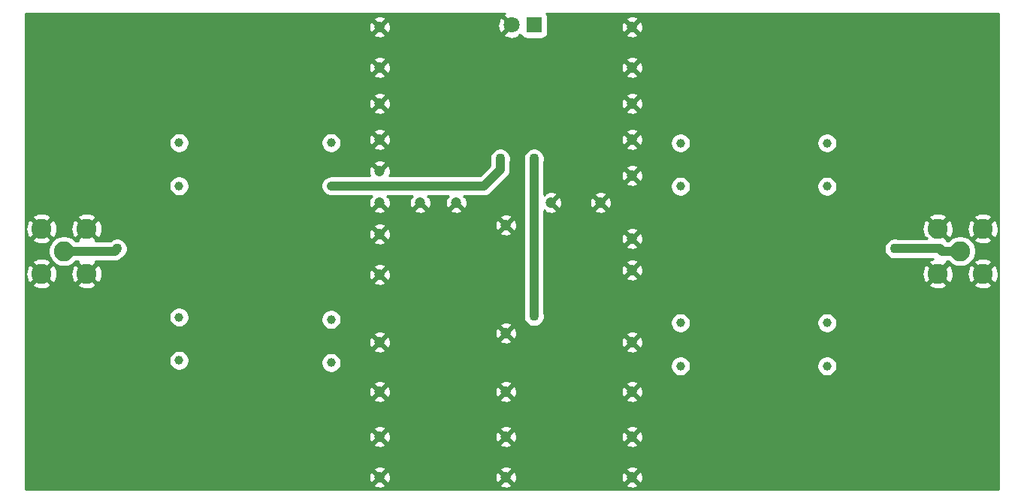
<source format=gbr>
G04 #@! TF.GenerationSoftware,KiCad,Pcbnew,(5.1.0)-1*
G04 #@! TF.CreationDate,2019-08-25T01:17:47+02:00*
G04 #@! TF.ProjectId,Filtre-de-resolution-MSA-200-Hz,46696c74-7265-42d6-9465-2d7265736f6c,1.0*
G04 #@! TF.SameCoordinates,Original*
G04 #@! TF.FileFunction,Copper,L2,Bot*
G04 #@! TF.FilePolarity,Positive*
%FSLAX46Y46*%
G04 Gerber Fmt 4.6, Leading zero omitted, Abs format (unit mm)*
G04 Created by KiCad (PCBNEW (5.1.0)-1) date 2019-08-25 01:17:47*
%MOMM*%
%LPD*%
G04 APERTURE LIST*
%ADD10C,2.250000*%
%ADD11C,1.800000*%
%ADD12R,1.800000X1.800000*%
%ADD13C,1.000000*%
%ADD14C,1.200000*%
%ADD15C,1.100000*%
%ADD16C,1.000000*%
%ADD17C,0.254000*%
G04 APERTURE END LIST*
D10*
X97540000Y-105040000D03*
X92460000Y-105040000D03*
X92460000Y-99960000D03*
X97540000Y-99960000D03*
X95000000Y-102500000D03*
D11*
X145415000Y-77000000D03*
D12*
X147955000Y-77000000D03*
D10*
X193460000Y-99960000D03*
X198540000Y-99960000D03*
X198540000Y-105040000D03*
X193460000Y-105040000D03*
X196000000Y-102500000D03*
D13*
X107950000Y-95150000D03*
X107950000Y-90270000D03*
X107950000Y-109955000D03*
X107950000Y-114835000D03*
X125095000Y-90270000D03*
X125095000Y-95150000D03*
X125095000Y-115090000D03*
X125095000Y-110210000D03*
X164465000Y-90310000D03*
X164465000Y-95190000D03*
X164465000Y-110590000D03*
X164465000Y-115470000D03*
X180975000Y-95190000D03*
X180975000Y-90310000D03*
X180975000Y-115470000D03*
X180975000Y-110590000D03*
D14*
X159004000Y-81788000D03*
X159004000Y-93980000D03*
X159004000Y-89916000D03*
X130556000Y-105156000D03*
X130556000Y-112776000D03*
X130556000Y-89916000D03*
X130556000Y-77216000D03*
X144780000Y-99568000D03*
X159004000Y-112776000D03*
X144780000Y-118364000D03*
X130556000Y-93472000D03*
X130556000Y-128016000D03*
X155448000Y-97028000D03*
X130556000Y-118364000D03*
X149860000Y-97028000D03*
X144780000Y-111760000D03*
X135128000Y-97028000D03*
X159004000Y-118364000D03*
X130556000Y-100584000D03*
X144780000Y-128016000D03*
X130556000Y-123444000D03*
X130556000Y-81788000D03*
X130556000Y-97028000D03*
X159004000Y-128016000D03*
X159004000Y-123444000D03*
X139192000Y-97028000D03*
X159004000Y-104648000D03*
X159004000Y-85852000D03*
X144780000Y-123444000D03*
X159004000Y-101092000D03*
X130556000Y-85852000D03*
X159004000Y-77216000D03*
D15*
X119380000Y-92075000D03*
X133985000Y-83185000D03*
X133985000Y-88900000D03*
X170180000Y-113030000D03*
X175260000Y-91440000D03*
X157480000Y-109855000D03*
X146050000Y-100965000D03*
X143510000Y-100965000D03*
X132080000Y-109855000D03*
X114300000Y-113030000D03*
X144145000Y-92075000D03*
X100965000Y-102235000D03*
X188595000Y-102235000D03*
X147955000Y-92075000D03*
X147955000Y-109855000D03*
D16*
X125095000Y-95150000D02*
X142340000Y-95150000D01*
X142340000Y-95150000D02*
X144145000Y-93345000D01*
X144145000Y-93345000D02*
X144145000Y-92075000D01*
X95000000Y-102500000D02*
X100700000Y-102500000D01*
X100700000Y-102500000D02*
X100965000Y-102235000D01*
X196000000Y-102500000D02*
X193940000Y-102500000D01*
X193675000Y-102235000D02*
X188595000Y-102235000D01*
X193940000Y-102500000D02*
X193675000Y-102235000D01*
X147955000Y-92075000D02*
X147955000Y-109855000D01*
D17*
G36*
X144614208Y-75681739D02*
G01*
X144530525Y-75935920D01*
X145415000Y-76820395D01*
X145429143Y-76806253D01*
X145608748Y-76985858D01*
X145594605Y-77000000D01*
X145608748Y-77014143D01*
X145429143Y-77193748D01*
X145415000Y-77179605D01*
X144530525Y-78064080D01*
X144614208Y-78318261D01*
X144886775Y-78449158D01*
X145179642Y-78524365D01*
X145481553Y-78540991D01*
X145780907Y-78498397D01*
X146066199Y-78398222D01*
X146215792Y-78318261D01*
X146299474Y-78064082D01*
X146415422Y-78180030D01*
X146462187Y-78133265D01*
X146465498Y-78144180D01*
X146524463Y-78254494D01*
X146603815Y-78351185D01*
X146700506Y-78430537D01*
X146810820Y-78489502D01*
X146930518Y-78525812D01*
X147055000Y-78538072D01*
X148855000Y-78538072D01*
X148979482Y-78525812D01*
X149099180Y-78489502D01*
X149209494Y-78430537D01*
X149306185Y-78351185D01*
X149385537Y-78254494D01*
X149444502Y-78144180D01*
X149468289Y-78065764D01*
X158333841Y-78065764D01*
X158381148Y-78289348D01*
X158602516Y-78390237D01*
X158839313Y-78446000D01*
X159082438Y-78454495D01*
X159322549Y-78415395D01*
X159550418Y-78330202D01*
X159626852Y-78289348D01*
X159674159Y-78065764D01*
X159004000Y-77395605D01*
X158333841Y-78065764D01*
X149468289Y-78065764D01*
X149480812Y-78024482D01*
X149493072Y-77900000D01*
X149493072Y-77294438D01*
X157765505Y-77294438D01*
X157804605Y-77534549D01*
X157889798Y-77762418D01*
X157930652Y-77838852D01*
X158154236Y-77886159D01*
X158824395Y-77216000D01*
X159183605Y-77216000D01*
X159853764Y-77886159D01*
X160077348Y-77838852D01*
X160178237Y-77617484D01*
X160234000Y-77380687D01*
X160242495Y-77137562D01*
X160203395Y-76897451D01*
X160118202Y-76669582D01*
X160077348Y-76593148D01*
X159853764Y-76545841D01*
X159183605Y-77216000D01*
X158824395Y-77216000D01*
X158154236Y-76545841D01*
X157930652Y-76593148D01*
X157829763Y-76814516D01*
X157774000Y-77051313D01*
X157765505Y-77294438D01*
X149493072Y-77294438D01*
X149493072Y-76366236D01*
X158333841Y-76366236D01*
X159004000Y-77036395D01*
X159674159Y-76366236D01*
X159626852Y-76142652D01*
X159405484Y-76041763D01*
X159168687Y-75986000D01*
X158925562Y-75977505D01*
X158685451Y-76016605D01*
X158457582Y-76101798D01*
X158381148Y-76142652D01*
X158333841Y-76366236D01*
X149493072Y-76366236D01*
X149493072Y-76100000D01*
X149480812Y-75975518D01*
X149444502Y-75855820D01*
X149385537Y-75745506D01*
X149315364Y-75660000D01*
X200340001Y-75660000D01*
X200340000Y-129340000D01*
X90660000Y-129340000D01*
X90660000Y-128865764D01*
X129885841Y-128865764D01*
X129933148Y-129089348D01*
X130154516Y-129190237D01*
X130391313Y-129246000D01*
X130634438Y-129254495D01*
X130874549Y-129215395D01*
X131102418Y-129130202D01*
X131178852Y-129089348D01*
X131226159Y-128865764D01*
X144109841Y-128865764D01*
X144157148Y-129089348D01*
X144378516Y-129190237D01*
X144615313Y-129246000D01*
X144858438Y-129254495D01*
X145098549Y-129215395D01*
X145326418Y-129130202D01*
X145402852Y-129089348D01*
X145450159Y-128865764D01*
X158333841Y-128865764D01*
X158381148Y-129089348D01*
X158602516Y-129190237D01*
X158839313Y-129246000D01*
X159082438Y-129254495D01*
X159322549Y-129215395D01*
X159550418Y-129130202D01*
X159626852Y-129089348D01*
X159674159Y-128865764D01*
X159004000Y-128195605D01*
X158333841Y-128865764D01*
X145450159Y-128865764D01*
X144780000Y-128195605D01*
X144109841Y-128865764D01*
X131226159Y-128865764D01*
X130556000Y-128195605D01*
X129885841Y-128865764D01*
X90660000Y-128865764D01*
X90660000Y-128094438D01*
X129317505Y-128094438D01*
X129356605Y-128334549D01*
X129441798Y-128562418D01*
X129482652Y-128638852D01*
X129706236Y-128686159D01*
X130376395Y-128016000D01*
X130735605Y-128016000D01*
X131405764Y-128686159D01*
X131629348Y-128638852D01*
X131730237Y-128417484D01*
X131786000Y-128180687D01*
X131789013Y-128094438D01*
X143541505Y-128094438D01*
X143580605Y-128334549D01*
X143665798Y-128562418D01*
X143706652Y-128638852D01*
X143930236Y-128686159D01*
X144600395Y-128016000D01*
X144959605Y-128016000D01*
X145629764Y-128686159D01*
X145853348Y-128638852D01*
X145954237Y-128417484D01*
X146010000Y-128180687D01*
X146013013Y-128094438D01*
X157765505Y-128094438D01*
X157804605Y-128334549D01*
X157889798Y-128562418D01*
X157930652Y-128638852D01*
X158154236Y-128686159D01*
X158824395Y-128016000D01*
X159183605Y-128016000D01*
X159853764Y-128686159D01*
X160077348Y-128638852D01*
X160178237Y-128417484D01*
X160234000Y-128180687D01*
X160242495Y-127937562D01*
X160203395Y-127697451D01*
X160118202Y-127469582D01*
X160077348Y-127393148D01*
X159853764Y-127345841D01*
X159183605Y-128016000D01*
X158824395Y-128016000D01*
X158154236Y-127345841D01*
X157930652Y-127393148D01*
X157829763Y-127614516D01*
X157774000Y-127851313D01*
X157765505Y-128094438D01*
X146013013Y-128094438D01*
X146018495Y-127937562D01*
X145979395Y-127697451D01*
X145894202Y-127469582D01*
X145853348Y-127393148D01*
X145629764Y-127345841D01*
X144959605Y-128016000D01*
X144600395Y-128016000D01*
X143930236Y-127345841D01*
X143706652Y-127393148D01*
X143605763Y-127614516D01*
X143550000Y-127851313D01*
X143541505Y-128094438D01*
X131789013Y-128094438D01*
X131794495Y-127937562D01*
X131755395Y-127697451D01*
X131670202Y-127469582D01*
X131629348Y-127393148D01*
X131405764Y-127345841D01*
X130735605Y-128016000D01*
X130376395Y-128016000D01*
X129706236Y-127345841D01*
X129482652Y-127393148D01*
X129381763Y-127614516D01*
X129326000Y-127851313D01*
X129317505Y-128094438D01*
X90660000Y-128094438D01*
X90660000Y-127166236D01*
X129885841Y-127166236D01*
X130556000Y-127836395D01*
X131226159Y-127166236D01*
X144109841Y-127166236D01*
X144780000Y-127836395D01*
X145450159Y-127166236D01*
X158333841Y-127166236D01*
X159004000Y-127836395D01*
X159674159Y-127166236D01*
X159626852Y-126942652D01*
X159405484Y-126841763D01*
X159168687Y-126786000D01*
X158925562Y-126777505D01*
X158685451Y-126816605D01*
X158457582Y-126901798D01*
X158381148Y-126942652D01*
X158333841Y-127166236D01*
X145450159Y-127166236D01*
X145402852Y-126942652D01*
X145181484Y-126841763D01*
X144944687Y-126786000D01*
X144701562Y-126777505D01*
X144461451Y-126816605D01*
X144233582Y-126901798D01*
X144157148Y-126942652D01*
X144109841Y-127166236D01*
X131226159Y-127166236D01*
X131178852Y-126942652D01*
X130957484Y-126841763D01*
X130720687Y-126786000D01*
X130477562Y-126777505D01*
X130237451Y-126816605D01*
X130009582Y-126901798D01*
X129933148Y-126942652D01*
X129885841Y-127166236D01*
X90660000Y-127166236D01*
X90660000Y-124293764D01*
X129885841Y-124293764D01*
X129933148Y-124517348D01*
X130154516Y-124618237D01*
X130391313Y-124674000D01*
X130634438Y-124682495D01*
X130874549Y-124643395D01*
X131102418Y-124558202D01*
X131178852Y-124517348D01*
X131226159Y-124293764D01*
X144109841Y-124293764D01*
X144157148Y-124517348D01*
X144378516Y-124618237D01*
X144615313Y-124674000D01*
X144858438Y-124682495D01*
X145098549Y-124643395D01*
X145326418Y-124558202D01*
X145402852Y-124517348D01*
X145450159Y-124293764D01*
X158333841Y-124293764D01*
X158381148Y-124517348D01*
X158602516Y-124618237D01*
X158839313Y-124674000D01*
X159082438Y-124682495D01*
X159322549Y-124643395D01*
X159550418Y-124558202D01*
X159626852Y-124517348D01*
X159674159Y-124293764D01*
X159004000Y-123623605D01*
X158333841Y-124293764D01*
X145450159Y-124293764D01*
X144780000Y-123623605D01*
X144109841Y-124293764D01*
X131226159Y-124293764D01*
X130556000Y-123623605D01*
X129885841Y-124293764D01*
X90660000Y-124293764D01*
X90660000Y-123522438D01*
X129317505Y-123522438D01*
X129356605Y-123762549D01*
X129441798Y-123990418D01*
X129482652Y-124066852D01*
X129706236Y-124114159D01*
X130376395Y-123444000D01*
X130735605Y-123444000D01*
X131405764Y-124114159D01*
X131629348Y-124066852D01*
X131730237Y-123845484D01*
X131786000Y-123608687D01*
X131789013Y-123522438D01*
X143541505Y-123522438D01*
X143580605Y-123762549D01*
X143665798Y-123990418D01*
X143706652Y-124066852D01*
X143930236Y-124114159D01*
X144600395Y-123444000D01*
X144959605Y-123444000D01*
X145629764Y-124114159D01*
X145853348Y-124066852D01*
X145954237Y-123845484D01*
X146010000Y-123608687D01*
X146013013Y-123522438D01*
X157765505Y-123522438D01*
X157804605Y-123762549D01*
X157889798Y-123990418D01*
X157930652Y-124066852D01*
X158154236Y-124114159D01*
X158824395Y-123444000D01*
X159183605Y-123444000D01*
X159853764Y-124114159D01*
X160077348Y-124066852D01*
X160178237Y-123845484D01*
X160234000Y-123608687D01*
X160242495Y-123365562D01*
X160203395Y-123125451D01*
X160118202Y-122897582D01*
X160077348Y-122821148D01*
X159853764Y-122773841D01*
X159183605Y-123444000D01*
X158824395Y-123444000D01*
X158154236Y-122773841D01*
X157930652Y-122821148D01*
X157829763Y-123042516D01*
X157774000Y-123279313D01*
X157765505Y-123522438D01*
X146013013Y-123522438D01*
X146018495Y-123365562D01*
X145979395Y-123125451D01*
X145894202Y-122897582D01*
X145853348Y-122821148D01*
X145629764Y-122773841D01*
X144959605Y-123444000D01*
X144600395Y-123444000D01*
X143930236Y-122773841D01*
X143706652Y-122821148D01*
X143605763Y-123042516D01*
X143550000Y-123279313D01*
X143541505Y-123522438D01*
X131789013Y-123522438D01*
X131794495Y-123365562D01*
X131755395Y-123125451D01*
X131670202Y-122897582D01*
X131629348Y-122821148D01*
X131405764Y-122773841D01*
X130735605Y-123444000D01*
X130376395Y-123444000D01*
X129706236Y-122773841D01*
X129482652Y-122821148D01*
X129381763Y-123042516D01*
X129326000Y-123279313D01*
X129317505Y-123522438D01*
X90660000Y-123522438D01*
X90660000Y-122594236D01*
X129885841Y-122594236D01*
X130556000Y-123264395D01*
X131226159Y-122594236D01*
X144109841Y-122594236D01*
X144780000Y-123264395D01*
X145450159Y-122594236D01*
X158333841Y-122594236D01*
X159004000Y-123264395D01*
X159674159Y-122594236D01*
X159626852Y-122370652D01*
X159405484Y-122269763D01*
X159168687Y-122214000D01*
X158925562Y-122205505D01*
X158685451Y-122244605D01*
X158457582Y-122329798D01*
X158381148Y-122370652D01*
X158333841Y-122594236D01*
X145450159Y-122594236D01*
X145402852Y-122370652D01*
X145181484Y-122269763D01*
X144944687Y-122214000D01*
X144701562Y-122205505D01*
X144461451Y-122244605D01*
X144233582Y-122329798D01*
X144157148Y-122370652D01*
X144109841Y-122594236D01*
X131226159Y-122594236D01*
X131178852Y-122370652D01*
X130957484Y-122269763D01*
X130720687Y-122214000D01*
X130477562Y-122205505D01*
X130237451Y-122244605D01*
X130009582Y-122329798D01*
X129933148Y-122370652D01*
X129885841Y-122594236D01*
X90660000Y-122594236D01*
X90660000Y-119213764D01*
X129885841Y-119213764D01*
X129933148Y-119437348D01*
X130154516Y-119538237D01*
X130391313Y-119594000D01*
X130634438Y-119602495D01*
X130874549Y-119563395D01*
X131102418Y-119478202D01*
X131178852Y-119437348D01*
X131226159Y-119213764D01*
X144109841Y-119213764D01*
X144157148Y-119437348D01*
X144378516Y-119538237D01*
X144615313Y-119594000D01*
X144858438Y-119602495D01*
X145098549Y-119563395D01*
X145326418Y-119478202D01*
X145402852Y-119437348D01*
X145450159Y-119213764D01*
X158333841Y-119213764D01*
X158381148Y-119437348D01*
X158602516Y-119538237D01*
X158839313Y-119594000D01*
X159082438Y-119602495D01*
X159322549Y-119563395D01*
X159550418Y-119478202D01*
X159626852Y-119437348D01*
X159674159Y-119213764D01*
X159004000Y-118543605D01*
X158333841Y-119213764D01*
X145450159Y-119213764D01*
X144780000Y-118543605D01*
X144109841Y-119213764D01*
X131226159Y-119213764D01*
X130556000Y-118543605D01*
X129885841Y-119213764D01*
X90660000Y-119213764D01*
X90660000Y-118442438D01*
X129317505Y-118442438D01*
X129356605Y-118682549D01*
X129441798Y-118910418D01*
X129482652Y-118986852D01*
X129706236Y-119034159D01*
X130376395Y-118364000D01*
X130735605Y-118364000D01*
X131405764Y-119034159D01*
X131629348Y-118986852D01*
X131730237Y-118765484D01*
X131786000Y-118528687D01*
X131789013Y-118442438D01*
X143541505Y-118442438D01*
X143580605Y-118682549D01*
X143665798Y-118910418D01*
X143706652Y-118986852D01*
X143930236Y-119034159D01*
X144600395Y-118364000D01*
X144959605Y-118364000D01*
X145629764Y-119034159D01*
X145853348Y-118986852D01*
X145954237Y-118765484D01*
X146010000Y-118528687D01*
X146013013Y-118442438D01*
X157765505Y-118442438D01*
X157804605Y-118682549D01*
X157889798Y-118910418D01*
X157930652Y-118986852D01*
X158154236Y-119034159D01*
X158824395Y-118364000D01*
X159183605Y-118364000D01*
X159853764Y-119034159D01*
X160077348Y-118986852D01*
X160178237Y-118765484D01*
X160234000Y-118528687D01*
X160242495Y-118285562D01*
X160203395Y-118045451D01*
X160118202Y-117817582D01*
X160077348Y-117741148D01*
X159853764Y-117693841D01*
X159183605Y-118364000D01*
X158824395Y-118364000D01*
X158154236Y-117693841D01*
X157930652Y-117741148D01*
X157829763Y-117962516D01*
X157774000Y-118199313D01*
X157765505Y-118442438D01*
X146013013Y-118442438D01*
X146018495Y-118285562D01*
X145979395Y-118045451D01*
X145894202Y-117817582D01*
X145853348Y-117741148D01*
X145629764Y-117693841D01*
X144959605Y-118364000D01*
X144600395Y-118364000D01*
X143930236Y-117693841D01*
X143706652Y-117741148D01*
X143605763Y-117962516D01*
X143550000Y-118199313D01*
X143541505Y-118442438D01*
X131789013Y-118442438D01*
X131794495Y-118285562D01*
X131755395Y-118045451D01*
X131670202Y-117817582D01*
X131629348Y-117741148D01*
X131405764Y-117693841D01*
X130735605Y-118364000D01*
X130376395Y-118364000D01*
X129706236Y-117693841D01*
X129482652Y-117741148D01*
X129381763Y-117962516D01*
X129326000Y-118199313D01*
X129317505Y-118442438D01*
X90660000Y-118442438D01*
X90660000Y-117514236D01*
X129885841Y-117514236D01*
X130556000Y-118184395D01*
X131226159Y-117514236D01*
X144109841Y-117514236D01*
X144780000Y-118184395D01*
X145450159Y-117514236D01*
X158333841Y-117514236D01*
X159004000Y-118184395D01*
X159674159Y-117514236D01*
X159626852Y-117290652D01*
X159405484Y-117189763D01*
X159168687Y-117134000D01*
X158925562Y-117125505D01*
X158685451Y-117164605D01*
X158457582Y-117249798D01*
X158381148Y-117290652D01*
X158333841Y-117514236D01*
X145450159Y-117514236D01*
X145402852Y-117290652D01*
X145181484Y-117189763D01*
X144944687Y-117134000D01*
X144701562Y-117125505D01*
X144461451Y-117164605D01*
X144233582Y-117249798D01*
X144157148Y-117290652D01*
X144109841Y-117514236D01*
X131226159Y-117514236D01*
X131178852Y-117290652D01*
X130957484Y-117189763D01*
X130720687Y-117134000D01*
X130477562Y-117125505D01*
X130237451Y-117164605D01*
X130009582Y-117249798D01*
X129933148Y-117290652D01*
X129885841Y-117514236D01*
X90660000Y-117514236D01*
X90660000Y-114723212D01*
X106815000Y-114723212D01*
X106815000Y-114946788D01*
X106858617Y-115166067D01*
X106944176Y-115372624D01*
X107068388Y-115558520D01*
X107226480Y-115716612D01*
X107412376Y-115840824D01*
X107618933Y-115926383D01*
X107838212Y-115970000D01*
X108061788Y-115970000D01*
X108281067Y-115926383D01*
X108487624Y-115840824D01*
X108673520Y-115716612D01*
X108831612Y-115558520D01*
X108955824Y-115372624D01*
X109041383Y-115166067D01*
X109078749Y-114978212D01*
X123960000Y-114978212D01*
X123960000Y-115201788D01*
X124003617Y-115421067D01*
X124089176Y-115627624D01*
X124213388Y-115813520D01*
X124371480Y-115971612D01*
X124557376Y-116095824D01*
X124763933Y-116181383D01*
X124983212Y-116225000D01*
X125206788Y-116225000D01*
X125426067Y-116181383D01*
X125632624Y-116095824D01*
X125818520Y-115971612D01*
X125976612Y-115813520D01*
X126100824Y-115627624D01*
X126186383Y-115421067D01*
X126198885Y-115358212D01*
X163330000Y-115358212D01*
X163330000Y-115581788D01*
X163373617Y-115801067D01*
X163459176Y-116007624D01*
X163583388Y-116193520D01*
X163741480Y-116351612D01*
X163927376Y-116475824D01*
X164133933Y-116561383D01*
X164353212Y-116605000D01*
X164576788Y-116605000D01*
X164796067Y-116561383D01*
X165002624Y-116475824D01*
X165188520Y-116351612D01*
X165346612Y-116193520D01*
X165470824Y-116007624D01*
X165556383Y-115801067D01*
X165600000Y-115581788D01*
X165600000Y-115358212D01*
X179840000Y-115358212D01*
X179840000Y-115581788D01*
X179883617Y-115801067D01*
X179969176Y-116007624D01*
X180093388Y-116193520D01*
X180251480Y-116351612D01*
X180437376Y-116475824D01*
X180643933Y-116561383D01*
X180863212Y-116605000D01*
X181086788Y-116605000D01*
X181306067Y-116561383D01*
X181512624Y-116475824D01*
X181698520Y-116351612D01*
X181856612Y-116193520D01*
X181980824Y-116007624D01*
X182066383Y-115801067D01*
X182110000Y-115581788D01*
X182110000Y-115358212D01*
X182066383Y-115138933D01*
X181980824Y-114932376D01*
X181856612Y-114746480D01*
X181698520Y-114588388D01*
X181512624Y-114464176D01*
X181306067Y-114378617D01*
X181086788Y-114335000D01*
X180863212Y-114335000D01*
X180643933Y-114378617D01*
X180437376Y-114464176D01*
X180251480Y-114588388D01*
X180093388Y-114746480D01*
X179969176Y-114932376D01*
X179883617Y-115138933D01*
X179840000Y-115358212D01*
X165600000Y-115358212D01*
X165556383Y-115138933D01*
X165470824Y-114932376D01*
X165346612Y-114746480D01*
X165188520Y-114588388D01*
X165002624Y-114464176D01*
X164796067Y-114378617D01*
X164576788Y-114335000D01*
X164353212Y-114335000D01*
X164133933Y-114378617D01*
X163927376Y-114464176D01*
X163741480Y-114588388D01*
X163583388Y-114746480D01*
X163459176Y-114932376D01*
X163373617Y-115138933D01*
X163330000Y-115358212D01*
X126198885Y-115358212D01*
X126230000Y-115201788D01*
X126230000Y-114978212D01*
X126186383Y-114758933D01*
X126100824Y-114552376D01*
X125976612Y-114366480D01*
X125818520Y-114208388D01*
X125632624Y-114084176D01*
X125426067Y-113998617D01*
X125206788Y-113955000D01*
X124983212Y-113955000D01*
X124763933Y-113998617D01*
X124557376Y-114084176D01*
X124371480Y-114208388D01*
X124213388Y-114366480D01*
X124089176Y-114552376D01*
X124003617Y-114758933D01*
X123960000Y-114978212D01*
X109078749Y-114978212D01*
X109085000Y-114946788D01*
X109085000Y-114723212D01*
X109041383Y-114503933D01*
X108955824Y-114297376D01*
X108831612Y-114111480D01*
X108673520Y-113953388D01*
X108487624Y-113829176D01*
X108281067Y-113743617D01*
X108061788Y-113700000D01*
X107838212Y-113700000D01*
X107618933Y-113743617D01*
X107412376Y-113829176D01*
X107226480Y-113953388D01*
X107068388Y-114111480D01*
X106944176Y-114297376D01*
X106858617Y-114503933D01*
X106815000Y-114723212D01*
X90660000Y-114723212D01*
X90660000Y-113625764D01*
X129885841Y-113625764D01*
X129933148Y-113849348D01*
X130154516Y-113950237D01*
X130391313Y-114006000D01*
X130634438Y-114014495D01*
X130874549Y-113975395D01*
X131102418Y-113890202D01*
X131178852Y-113849348D01*
X131226159Y-113625764D01*
X158333841Y-113625764D01*
X158381148Y-113849348D01*
X158602516Y-113950237D01*
X158839313Y-114006000D01*
X159082438Y-114014495D01*
X159322549Y-113975395D01*
X159550418Y-113890202D01*
X159626852Y-113849348D01*
X159674159Y-113625764D01*
X159004000Y-112955605D01*
X158333841Y-113625764D01*
X131226159Y-113625764D01*
X130556000Y-112955605D01*
X129885841Y-113625764D01*
X90660000Y-113625764D01*
X90660000Y-112854438D01*
X129317505Y-112854438D01*
X129356605Y-113094549D01*
X129441798Y-113322418D01*
X129482652Y-113398852D01*
X129706236Y-113446159D01*
X130376395Y-112776000D01*
X130735605Y-112776000D01*
X131405764Y-113446159D01*
X131629348Y-113398852D01*
X131730237Y-113177484D01*
X131786000Y-112940687D01*
X131794495Y-112697562D01*
X131780198Y-112609764D01*
X144109841Y-112609764D01*
X144157148Y-112833348D01*
X144378516Y-112934237D01*
X144615313Y-112990000D01*
X144858438Y-112998495D01*
X145098549Y-112959395D01*
X145326418Y-112874202D01*
X145363394Y-112854438D01*
X157765505Y-112854438D01*
X157804605Y-113094549D01*
X157889798Y-113322418D01*
X157930652Y-113398852D01*
X158154236Y-113446159D01*
X158824395Y-112776000D01*
X159183605Y-112776000D01*
X159853764Y-113446159D01*
X160077348Y-113398852D01*
X160178237Y-113177484D01*
X160234000Y-112940687D01*
X160242495Y-112697562D01*
X160203395Y-112457451D01*
X160118202Y-112229582D01*
X160077348Y-112153148D01*
X159853764Y-112105841D01*
X159183605Y-112776000D01*
X158824395Y-112776000D01*
X158154236Y-112105841D01*
X157930652Y-112153148D01*
X157829763Y-112374516D01*
X157774000Y-112611313D01*
X157765505Y-112854438D01*
X145363394Y-112854438D01*
X145402852Y-112833348D01*
X145450159Y-112609764D01*
X144780000Y-111939605D01*
X144109841Y-112609764D01*
X131780198Y-112609764D01*
X131755395Y-112457451D01*
X131670202Y-112229582D01*
X131629348Y-112153148D01*
X131405764Y-112105841D01*
X130735605Y-112776000D01*
X130376395Y-112776000D01*
X129706236Y-112105841D01*
X129482652Y-112153148D01*
X129381763Y-112374516D01*
X129326000Y-112611313D01*
X129317505Y-112854438D01*
X90660000Y-112854438D01*
X90660000Y-111926236D01*
X129885841Y-111926236D01*
X130556000Y-112596395D01*
X131226159Y-111926236D01*
X131207583Y-111838438D01*
X143541505Y-111838438D01*
X143580605Y-112078549D01*
X143665798Y-112306418D01*
X143706652Y-112382852D01*
X143930236Y-112430159D01*
X144600395Y-111760000D01*
X144959605Y-111760000D01*
X145629764Y-112430159D01*
X145853348Y-112382852D01*
X145954237Y-112161484D01*
X146009635Y-111926236D01*
X158333841Y-111926236D01*
X159004000Y-112596395D01*
X159674159Y-111926236D01*
X159626852Y-111702652D01*
X159405484Y-111601763D01*
X159168687Y-111546000D01*
X158925562Y-111537505D01*
X158685451Y-111576605D01*
X158457582Y-111661798D01*
X158381148Y-111702652D01*
X158333841Y-111926236D01*
X146009635Y-111926236D01*
X146010000Y-111924687D01*
X146018495Y-111681562D01*
X145979395Y-111441451D01*
X145894202Y-111213582D01*
X145853348Y-111137148D01*
X145629764Y-111089841D01*
X144959605Y-111760000D01*
X144600395Y-111760000D01*
X143930236Y-111089841D01*
X143706652Y-111137148D01*
X143605763Y-111358516D01*
X143550000Y-111595313D01*
X143541505Y-111838438D01*
X131207583Y-111838438D01*
X131178852Y-111702652D01*
X130957484Y-111601763D01*
X130720687Y-111546000D01*
X130477562Y-111537505D01*
X130237451Y-111576605D01*
X130009582Y-111661798D01*
X129933148Y-111702652D01*
X129885841Y-111926236D01*
X90660000Y-111926236D01*
X90660000Y-109843212D01*
X106815000Y-109843212D01*
X106815000Y-110066788D01*
X106858617Y-110286067D01*
X106944176Y-110492624D01*
X107068388Y-110678520D01*
X107226480Y-110836612D01*
X107412376Y-110960824D01*
X107618933Y-111046383D01*
X107838212Y-111090000D01*
X108061788Y-111090000D01*
X108281067Y-111046383D01*
X108487624Y-110960824D01*
X108673520Y-110836612D01*
X108831612Y-110678520D01*
X108955824Y-110492624D01*
X109041383Y-110286067D01*
X109078749Y-110098212D01*
X123960000Y-110098212D01*
X123960000Y-110321788D01*
X124003617Y-110541067D01*
X124089176Y-110747624D01*
X124213388Y-110933520D01*
X124371480Y-111091612D01*
X124557376Y-111215824D01*
X124763933Y-111301383D01*
X124983212Y-111345000D01*
X125206788Y-111345000D01*
X125426067Y-111301383D01*
X125632624Y-111215824D01*
X125818520Y-111091612D01*
X125976612Y-110933520D01*
X125992169Y-110910236D01*
X144109841Y-110910236D01*
X144780000Y-111580395D01*
X145450159Y-110910236D01*
X145402852Y-110686652D01*
X145181484Y-110585763D01*
X144944687Y-110530000D01*
X144701562Y-110521505D01*
X144461451Y-110560605D01*
X144233582Y-110645798D01*
X144157148Y-110686652D01*
X144109841Y-110910236D01*
X125992169Y-110910236D01*
X126100824Y-110747624D01*
X126186383Y-110541067D01*
X126230000Y-110321788D01*
X126230000Y-110098212D01*
X126186383Y-109878933D01*
X126100824Y-109672376D01*
X125976612Y-109486480D01*
X125818520Y-109328388D01*
X125632624Y-109204176D01*
X125426067Y-109118617D01*
X125206788Y-109075000D01*
X124983212Y-109075000D01*
X124763933Y-109118617D01*
X124557376Y-109204176D01*
X124371480Y-109328388D01*
X124213388Y-109486480D01*
X124089176Y-109672376D01*
X124003617Y-109878933D01*
X123960000Y-110098212D01*
X109078749Y-110098212D01*
X109085000Y-110066788D01*
X109085000Y-109843212D01*
X109041383Y-109623933D01*
X108955824Y-109417376D01*
X108831612Y-109231480D01*
X108673520Y-109073388D01*
X108487624Y-108949176D01*
X108281067Y-108863617D01*
X108061788Y-108820000D01*
X107838212Y-108820000D01*
X107618933Y-108863617D01*
X107412376Y-108949176D01*
X107226480Y-109073388D01*
X107068388Y-109231480D01*
X106944176Y-109417376D01*
X106858617Y-109623933D01*
X106815000Y-109843212D01*
X90660000Y-109843212D01*
X90660000Y-106264531D01*
X91415074Y-106264531D01*
X91525921Y-106541714D01*
X91836840Y-106695089D01*
X92171705Y-106784860D01*
X92517650Y-106807576D01*
X92861380Y-106762366D01*
X93189685Y-106650966D01*
X93394079Y-106541714D01*
X93504926Y-106264531D01*
X96495074Y-106264531D01*
X96605921Y-106541714D01*
X96916840Y-106695089D01*
X97251705Y-106784860D01*
X97597650Y-106807576D01*
X97941380Y-106762366D01*
X98269685Y-106650966D01*
X98474079Y-106541714D01*
X98584926Y-106264531D01*
X97540000Y-105219605D01*
X96495074Y-106264531D01*
X93504926Y-106264531D01*
X92460000Y-105219605D01*
X91415074Y-106264531D01*
X90660000Y-106264531D01*
X90660000Y-105097650D01*
X90692424Y-105097650D01*
X90737634Y-105441380D01*
X90849034Y-105769685D01*
X90958286Y-105974079D01*
X91235469Y-106084926D01*
X92280395Y-105040000D01*
X92639605Y-105040000D01*
X93684531Y-106084926D01*
X93961714Y-105974079D01*
X94115089Y-105663160D01*
X94204860Y-105328295D01*
X94220004Y-105097650D01*
X95772424Y-105097650D01*
X95817634Y-105441380D01*
X95929034Y-105769685D01*
X96038286Y-105974079D01*
X96315469Y-106084926D01*
X97360395Y-105040000D01*
X97719605Y-105040000D01*
X98764531Y-106084926D01*
X98962482Y-106005764D01*
X129885841Y-106005764D01*
X129933148Y-106229348D01*
X130154516Y-106330237D01*
X130391313Y-106386000D01*
X130634438Y-106394495D01*
X130874549Y-106355395D01*
X131102418Y-106270202D01*
X131178852Y-106229348D01*
X131226159Y-106005764D01*
X130556000Y-105335605D01*
X129885841Y-106005764D01*
X98962482Y-106005764D01*
X99041714Y-105974079D01*
X99195089Y-105663160D01*
X99284860Y-105328295D01*
X99291022Y-105234438D01*
X129317505Y-105234438D01*
X129356605Y-105474549D01*
X129441798Y-105702418D01*
X129482652Y-105778852D01*
X129706236Y-105826159D01*
X130376395Y-105156000D01*
X130735605Y-105156000D01*
X131405764Y-105826159D01*
X131629348Y-105778852D01*
X131730237Y-105557484D01*
X131786000Y-105320687D01*
X131794495Y-105077562D01*
X131755395Y-104837451D01*
X131670202Y-104609582D01*
X131629348Y-104533148D01*
X131405764Y-104485841D01*
X130735605Y-105156000D01*
X130376395Y-105156000D01*
X129706236Y-104485841D01*
X129482652Y-104533148D01*
X129381763Y-104754516D01*
X129326000Y-104991313D01*
X129317505Y-105234438D01*
X99291022Y-105234438D01*
X99307576Y-104982350D01*
X99262366Y-104638620D01*
X99150966Y-104310315D01*
X99148786Y-104306236D01*
X129885841Y-104306236D01*
X130556000Y-104976395D01*
X131226159Y-104306236D01*
X131178852Y-104082652D01*
X130957484Y-103981763D01*
X130720687Y-103926000D01*
X130477562Y-103917505D01*
X130237451Y-103956605D01*
X130009582Y-104041798D01*
X129933148Y-104082652D01*
X129885841Y-104306236D01*
X99148786Y-104306236D01*
X99041714Y-104105921D01*
X98764531Y-103995074D01*
X97719605Y-105040000D01*
X97360395Y-105040000D01*
X96315469Y-103995074D01*
X96038286Y-104105921D01*
X95884911Y-104416840D01*
X95795140Y-104751705D01*
X95772424Y-105097650D01*
X94220004Y-105097650D01*
X94227576Y-104982350D01*
X94182366Y-104638620D01*
X94070966Y-104310315D01*
X93961714Y-104105921D01*
X93684531Y-103995074D01*
X92639605Y-105040000D01*
X92280395Y-105040000D01*
X91235469Y-103995074D01*
X90958286Y-104105921D01*
X90804911Y-104416840D01*
X90715140Y-104751705D01*
X90692424Y-105097650D01*
X90660000Y-105097650D01*
X90660000Y-103815469D01*
X91415074Y-103815469D01*
X92460000Y-104860395D01*
X93504926Y-103815469D01*
X93394079Y-103538286D01*
X93083160Y-103384911D01*
X92748295Y-103295140D01*
X92402350Y-103272424D01*
X92058620Y-103317634D01*
X91730315Y-103429034D01*
X91525921Y-103538286D01*
X91415074Y-103815469D01*
X90660000Y-103815469D01*
X90660000Y-102326655D01*
X93240000Y-102326655D01*
X93240000Y-102673345D01*
X93307636Y-103013373D01*
X93440308Y-103333673D01*
X93632919Y-103621935D01*
X93878065Y-103867081D01*
X94166327Y-104059692D01*
X94486627Y-104192364D01*
X94826655Y-104260000D01*
X95173345Y-104260000D01*
X95513373Y-104192364D01*
X95833673Y-104059692D01*
X96121935Y-103867081D01*
X96354016Y-103635000D01*
X96567245Y-103635000D01*
X96495074Y-103815469D01*
X97540000Y-104860395D01*
X98584926Y-103815469D01*
X98512755Y-103635000D01*
X100644249Y-103635000D01*
X100700000Y-103640491D01*
X100755751Y-103635000D01*
X100755752Y-103635000D01*
X100922499Y-103618577D01*
X101136447Y-103553676D01*
X101333623Y-103448284D01*
X101506449Y-103306449D01*
X101522723Y-103286619D01*
X101526308Y-103285134D01*
X101720394Y-103155450D01*
X101885450Y-102990394D01*
X102015134Y-102796308D01*
X102104461Y-102580652D01*
X102150000Y-102351712D01*
X102150000Y-102118288D01*
X102104461Y-101889348D01*
X102015134Y-101673692D01*
X101885450Y-101479606D01*
X101839608Y-101433764D01*
X129885841Y-101433764D01*
X129933148Y-101657348D01*
X130154516Y-101758237D01*
X130391313Y-101814000D01*
X130634438Y-101822495D01*
X130874549Y-101783395D01*
X131102418Y-101698202D01*
X131178852Y-101657348D01*
X131226159Y-101433764D01*
X130556000Y-100763605D01*
X129885841Y-101433764D01*
X101839608Y-101433764D01*
X101720394Y-101314550D01*
X101526308Y-101184866D01*
X101310652Y-101095539D01*
X101081712Y-101050000D01*
X100848288Y-101050000D01*
X100619348Y-101095539D01*
X100403692Y-101184866D01*
X100209606Y-101314550D01*
X100159156Y-101365000D01*
X98512755Y-101365000D01*
X98584926Y-101184531D01*
X97540000Y-100139605D01*
X96495074Y-101184531D01*
X96567245Y-101365000D01*
X96354016Y-101365000D01*
X96121935Y-101132919D01*
X95833673Y-100940308D01*
X95513373Y-100807636D01*
X95173345Y-100740000D01*
X94826655Y-100740000D01*
X94486627Y-100807636D01*
X94166327Y-100940308D01*
X93878065Y-101132919D01*
X93632919Y-101378065D01*
X93440308Y-101666327D01*
X93307636Y-101986627D01*
X93240000Y-102326655D01*
X90660000Y-102326655D01*
X90660000Y-101184531D01*
X91415074Y-101184531D01*
X91525921Y-101461714D01*
X91836840Y-101615089D01*
X92171705Y-101704860D01*
X92517650Y-101727576D01*
X92861380Y-101682366D01*
X93189685Y-101570966D01*
X93394079Y-101461714D01*
X93504926Y-101184531D01*
X92460000Y-100139605D01*
X91415074Y-101184531D01*
X90660000Y-101184531D01*
X90660000Y-100017650D01*
X90692424Y-100017650D01*
X90737634Y-100361380D01*
X90849034Y-100689685D01*
X90958286Y-100894079D01*
X91235469Y-101004926D01*
X92280395Y-99960000D01*
X92639605Y-99960000D01*
X93684531Y-101004926D01*
X93961714Y-100894079D01*
X94115089Y-100583160D01*
X94204860Y-100248295D01*
X94220004Y-100017650D01*
X95772424Y-100017650D01*
X95817634Y-100361380D01*
X95929034Y-100689685D01*
X96038286Y-100894079D01*
X96315469Y-101004926D01*
X97360395Y-99960000D01*
X97719605Y-99960000D01*
X98764531Y-101004926D01*
X99041714Y-100894079D01*
X99155981Y-100662438D01*
X129317505Y-100662438D01*
X129356605Y-100902549D01*
X129441798Y-101130418D01*
X129482652Y-101206852D01*
X129706236Y-101254159D01*
X130376395Y-100584000D01*
X130735605Y-100584000D01*
X131405764Y-101254159D01*
X131629348Y-101206852D01*
X131730237Y-100985484D01*
X131786000Y-100748687D01*
X131794495Y-100505562D01*
X131780198Y-100417764D01*
X144109841Y-100417764D01*
X144157148Y-100641348D01*
X144378516Y-100742237D01*
X144615313Y-100798000D01*
X144858438Y-100806495D01*
X145098549Y-100767395D01*
X145326418Y-100682202D01*
X145402852Y-100641348D01*
X145450159Y-100417764D01*
X144780000Y-99747605D01*
X144109841Y-100417764D01*
X131780198Y-100417764D01*
X131755395Y-100265451D01*
X131670202Y-100037582D01*
X131629348Y-99961148D01*
X131405764Y-99913841D01*
X130735605Y-100584000D01*
X130376395Y-100584000D01*
X129706236Y-99913841D01*
X129482652Y-99961148D01*
X129381763Y-100182516D01*
X129326000Y-100419313D01*
X129317505Y-100662438D01*
X99155981Y-100662438D01*
X99195089Y-100583160D01*
X99284860Y-100248295D01*
X99307576Y-99902350D01*
X99285465Y-99734236D01*
X129885841Y-99734236D01*
X130556000Y-100404395D01*
X131226159Y-99734236D01*
X131207583Y-99646438D01*
X143541505Y-99646438D01*
X143580605Y-99886549D01*
X143665798Y-100114418D01*
X143706652Y-100190852D01*
X143930236Y-100238159D01*
X144600395Y-99568000D01*
X144959605Y-99568000D01*
X145629764Y-100238159D01*
X145853348Y-100190852D01*
X145954237Y-99969484D01*
X146010000Y-99732687D01*
X146018495Y-99489562D01*
X145979395Y-99249451D01*
X145894202Y-99021582D01*
X145853348Y-98945148D01*
X145629764Y-98897841D01*
X144959605Y-99568000D01*
X144600395Y-99568000D01*
X143930236Y-98897841D01*
X143706652Y-98945148D01*
X143605763Y-99166516D01*
X143550000Y-99403313D01*
X143541505Y-99646438D01*
X131207583Y-99646438D01*
X131178852Y-99510652D01*
X130957484Y-99409763D01*
X130720687Y-99354000D01*
X130477562Y-99345505D01*
X130237451Y-99384605D01*
X130009582Y-99469798D01*
X129933148Y-99510652D01*
X129885841Y-99734236D01*
X99285465Y-99734236D01*
X99262366Y-99558620D01*
X99150966Y-99230315D01*
X99041714Y-99025921D01*
X98764531Y-98915074D01*
X97719605Y-99960000D01*
X97360395Y-99960000D01*
X96315469Y-98915074D01*
X96038286Y-99025921D01*
X95884911Y-99336840D01*
X95795140Y-99671705D01*
X95772424Y-100017650D01*
X94220004Y-100017650D01*
X94227576Y-99902350D01*
X94182366Y-99558620D01*
X94070966Y-99230315D01*
X93961714Y-99025921D01*
X93684531Y-98915074D01*
X92639605Y-99960000D01*
X92280395Y-99960000D01*
X91235469Y-98915074D01*
X90958286Y-99025921D01*
X90804911Y-99336840D01*
X90715140Y-99671705D01*
X90692424Y-100017650D01*
X90660000Y-100017650D01*
X90660000Y-98735469D01*
X91415074Y-98735469D01*
X92460000Y-99780395D01*
X93504926Y-98735469D01*
X96495074Y-98735469D01*
X97540000Y-99780395D01*
X98584926Y-98735469D01*
X98578035Y-98718236D01*
X144109841Y-98718236D01*
X144780000Y-99388395D01*
X145450159Y-98718236D01*
X145402852Y-98494652D01*
X145181484Y-98393763D01*
X144944687Y-98338000D01*
X144701562Y-98329505D01*
X144461451Y-98368605D01*
X144233582Y-98453798D01*
X144157148Y-98494652D01*
X144109841Y-98718236D01*
X98578035Y-98718236D01*
X98474079Y-98458286D01*
X98163160Y-98304911D01*
X97828295Y-98215140D01*
X97482350Y-98192424D01*
X97138620Y-98237634D01*
X96810315Y-98349034D01*
X96605921Y-98458286D01*
X96495074Y-98735469D01*
X93504926Y-98735469D01*
X93394079Y-98458286D01*
X93083160Y-98304911D01*
X92748295Y-98215140D01*
X92402350Y-98192424D01*
X92058620Y-98237634D01*
X91730315Y-98349034D01*
X91525921Y-98458286D01*
X91415074Y-98735469D01*
X90660000Y-98735469D01*
X90660000Y-97877764D01*
X129885841Y-97877764D01*
X129933148Y-98101348D01*
X130154516Y-98202237D01*
X130391313Y-98258000D01*
X130634438Y-98266495D01*
X130874549Y-98227395D01*
X131102418Y-98142202D01*
X131178852Y-98101348D01*
X131226159Y-97877764D01*
X134457841Y-97877764D01*
X134505148Y-98101348D01*
X134726516Y-98202237D01*
X134963313Y-98258000D01*
X135206438Y-98266495D01*
X135446549Y-98227395D01*
X135674418Y-98142202D01*
X135750852Y-98101348D01*
X135798159Y-97877764D01*
X138521841Y-97877764D01*
X138569148Y-98101348D01*
X138790516Y-98202237D01*
X139027313Y-98258000D01*
X139270438Y-98266495D01*
X139510549Y-98227395D01*
X139738418Y-98142202D01*
X139814852Y-98101348D01*
X139862159Y-97877764D01*
X139192000Y-97207605D01*
X138521841Y-97877764D01*
X135798159Y-97877764D01*
X135128000Y-97207605D01*
X134457841Y-97877764D01*
X131226159Y-97877764D01*
X130556000Y-97207605D01*
X129885841Y-97877764D01*
X90660000Y-97877764D01*
X90660000Y-95038212D01*
X106815000Y-95038212D01*
X106815000Y-95261788D01*
X106858617Y-95481067D01*
X106944176Y-95687624D01*
X107068388Y-95873520D01*
X107226480Y-96031612D01*
X107412376Y-96155824D01*
X107618933Y-96241383D01*
X107838212Y-96285000D01*
X108061788Y-96285000D01*
X108281067Y-96241383D01*
X108487624Y-96155824D01*
X108673520Y-96031612D01*
X108831612Y-95873520D01*
X108955824Y-95687624D01*
X109041383Y-95481067D01*
X109085000Y-95261788D01*
X109085000Y-95150000D01*
X123954509Y-95150000D01*
X123960000Y-95205752D01*
X123960000Y-95261788D01*
X123970932Y-95316747D01*
X123976423Y-95372499D01*
X123992685Y-95426106D01*
X124003617Y-95481067D01*
X124025063Y-95532842D01*
X124041324Y-95586447D01*
X124067731Y-95635851D01*
X124089176Y-95687624D01*
X124120307Y-95734214D01*
X124146716Y-95783623D01*
X124182259Y-95826932D01*
X124213388Y-95873520D01*
X124253009Y-95913141D01*
X124288551Y-95956449D01*
X124331859Y-95991991D01*
X124371480Y-96031612D01*
X124418068Y-96062741D01*
X124461377Y-96098284D01*
X124510786Y-96124693D01*
X124557376Y-96155824D01*
X124609149Y-96177269D01*
X124658553Y-96203676D01*
X124712158Y-96219937D01*
X124763933Y-96241383D01*
X124818894Y-96252315D01*
X124872501Y-96268577D01*
X124928253Y-96274068D01*
X124983212Y-96285000D01*
X129633392Y-96285000D01*
X129706234Y-96357842D01*
X129482652Y-96405148D01*
X129381763Y-96626516D01*
X129326000Y-96863313D01*
X129317505Y-97106438D01*
X129356605Y-97346549D01*
X129441798Y-97574418D01*
X129482652Y-97650852D01*
X129706236Y-97698159D01*
X130376395Y-97028000D01*
X130362253Y-97013858D01*
X130541858Y-96834253D01*
X130556000Y-96848395D01*
X130570143Y-96834253D01*
X130749748Y-97013858D01*
X130735605Y-97028000D01*
X131405764Y-97698159D01*
X131629348Y-97650852D01*
X131730237Y-97429484D01*
X131786000Y-97192687D01*
X131794495Y-96949562D01*
X131755395Y-96709451D01*
X131670202Y-96481582D01*
X131629348Y-96405148D01*
X131405766Y-96357842D01*
X131478608Y-96285000D01*
X134205392Y-96285000D01*
X134278234Y-96357842D01*
X134054652Y-96405148D01*
X133953763Y-96626516D01*
X133898000Y-96863313D01*
X133889505Y-97106438D01*
X133928605Y-97346549D01*
X134013798Y-97574418D01*
X134054652Y-97650852D01*
X134278236Y-97698159D01*
X134948395Y-97028000D01*
X134934253Y-97013858D01*
X135113858Y-96834253D01*
X135128000Y-96848395D01*
X135142143Y-96834253D01*
X135321748Y-97013858D01*
X135307605Y-97028000D01*
X135977764Y-97698159D01*
X136201348Y-97650852D01*
X136302237Y-97429484D01*
X136358000Y-97192687D01*
X136366495Y-96949562D01*
X136327395Y-96709451D01*
X136242202Y-96481582D01*
X136201348Y-96405148D01*
X135977766Y-96357842D01*
X136050608Y-96285000D01*
X138269392Y-96285000D01*
X138342234Y-96357842D01*
X138118652Y-96405148D01*
X138017763Y-96626516D01*
X137962000Y-96863313D01*
X137953505Y-97106438D01*
X137992605Y-97346549D01*
X138077798Y-97574418D01*
X138118652Y-97650852D01*
X138342236Y-97698159D01*
X139012395Y-97028000D01*
X138998253Y-97013858D01*
X139177858Y-96834253D01*
X139192000Y-96848395D01*
X139206143Y-96834253D01*
X139385748Y-97013858D01*
X139371605Y-97028000D01*
X140041764Y-97698159D01*
X140265348Y-97650852D01*
X140366237Y-97429484D01*
X140422000Y-97192687D01*
X140430495Y-96949562D01*
X140391395Y-96709451D01*
X140306202Y-96481582D01*
X140265348Y-96405148D01*
X140041766Y-96357842D01*
X140114608Y-96285000D01*
X142284249Y-96285000D01*
X142340000Y-96290491D01*
X142395751Y-96285000D01*
X142395752Y-96285000D01*
X142562499Y-96268577D01*
X142776447Y-96203676D01*
X142973623Y-96098284D01*
X143146449Y-95956449D01*
X143181996Y-95913135D01*
X144908140Y-94186991D01*
X144951449Y-94151449D01*
X145093284Y-93978623D01*
X145198676Y-93781447D01*
X145263577Y-93567499D01*
X145280000Y-93400752D01*
X145280000Y-93400743D01*
X145285490Y-93345001D01*
X145280000Y-93289259D01*
X145280000Y-92431422D01*
X145284461Y-92420652D01*
X145330000Y-92191712D01*
X145330000Y-91958288D01*
X146770000Y-91958288D01*
X146770000Y-92191712D01*
X146815539Y-92420652D01*
X146820000Y-92431422D01*
X146820001Y-109498576D01*
X146815539Y-109509348D01*
X146770000Y-109738288D01*
X146770000Y-109971712D01*
X146815539Y-110200652D01*
X146904866Y-110416308D01*
X147034550Y-110610394D01*
X147199606Y-110775450D01*
X147393692Y-110905134D01*
X147609348Y-110994461D01*
X147838288Y-111040000D01*
X148071712Y-111040000D01*
X148300652Y-110994461D01*
X148516308Y-110905134D01*
X148710394Y-110775450D01*
X148875450Y-110610394D01*
X148963771Y-110478212D01*
X163330000Y-110478212D01*
X163330000Y-110701788D01*
X163373617Y-110921067D01*
X163459176Y-111127624D01*
X163583388Y-111313520D01*
X163741480Y-111471612D01*
X163927376Y-111595824D01*
X164133933Y-111681383D01*
X164353212Y-111725000D01*
X164576788Y-111725000D01*
X164796067Y-111681383D01*
X165002624Y-111595824D01*
X165188520Y-111471612D01*
X165346612Y-111313520D01*
X165470824Y-111127624D01*
X165556383Y-110921067D01*
X165600000Y-110701788D01*
X165600000Y-110478212D01*
X179840000Y-110478212D01*
X179840000Y-110701788D01*
X179883617Y-110921067D01*
X179969176Y-111127624D01*
X180093388Y-111313520D01*
X180251480Y-111471612D01*
X180437376Y-111595824D01*
X180643933Y-111681383D01*
X180863212Y-111725000D01*
X181086788Y-111725000D01*
X181306067Y-111681383D01*
X181512624Y-111595824D01*
X181698520Y-111471612D01*
X181856612Y-111313520D01*
X181980824Y-111127624D01*
X182066383Y-110921067D01*
X182110000Y-110701788D01*
X182110000Y-110478212D01*
X182066383Y-110258933D01*
X181980824Y-110052376D01*
X181856612Y-109866480D01*
X181698520Y-109708388D01*
X181512624Y-109584176D01*
X181306067Y-109498617D01*
X181086788Y-109455000D01*
X180863212Y-109455000D01*
X180643933Y-109498617D01*
X180437376Y-109584176D01*
X180251480Y-109708388D01*
X180093388Y-109866480D01*
X179969176Y-110052376D01*
X179883617Y-110258933D01*
X179840000Y-110478212D01*
X165600000Y-110478212D01*
X165556383Y-110258933D01*
X165470824Y-110052376D01*
X165346612Y-109866480D01*
X165188520Y-109708388D01*
X165002624Y-109584176D01*
X164796067Y-109498617D01*
X164576788Y-109455000D01*
X164353212Y-109455000D01*
X164133933Y-109498617D01*
X163927376Y-109584176D01*
X163741480Y-109708388D01*
X163583388Y-109866480D01*
X163459176Y-110052376D01*
X163373617Y-110258933D01*
X163330000Y-110478212D01*
X148963771Y-110478212D01*
X149005134Y-110416308D01*
X149094461Y-110200652D01*
X149140000Y-109971712D01*
X149140000Y-109738288D01*
X149094461Y-109509348D01*
X149090000Y-109498578D01*
X149090000Y-106264531D01*
X192415074Y-106264531D01*
X192525921Y-106541714D01*
X192836840Y-106695089D01*
X193171705Y-106784860D01*
X193517650Y-106807576D01*
X193861380Y-106762366D01*
X194189685Y-106650966D01*
X194394079Y-106541714D01*
X194504926Y-106264531D01*
X197495074Y-106264531D01*
X197605921Y-106541714D01*
X197916840Y-106695089D01*
X198251705Y-106784860D01*
X198597650Y-106807576D01*
X198941380Y-106762366D01*
X199269685Y-106650966D01*
X199474079Y-106541714D01*
X199584926Y-106264531D01*
X198540000Y-105219605D01*
X197495074Y-106264531D01*
X194504926Y-106264531D01*
X193460000Y-105219605D01*
X192415074Y-106264531D01*
X149090000Y-106264531D01*
X149090000Y-105497764D01*
X158333841Y-105497764D01*
X158381148Y-105721348D01*
X158602516Y-105822237D01*
X158839313Y-105878000D01*
X159082438Y-105886495D01*
X159322549Y-105847395D01*
X159550418Y-105762202D01*
X159626852Y-105721348D01*
X159674159Y-105497764D01*
X159004000Y-104827605D01*
X158333841Y-105497764D01*
X149090000Y-105497764D01*
X149090000Y-104726438D01*
X157765505Y-104726438D01*
X157804605Y-104966549D01*
X157889798Y-105194418D01*
X157930652Y-105270852D01*
X158154236Y-105318159D01*
X158824395Y-104648000D01*
X159183605Y-104648000D01*
X159853764Y-105318159D01*
X160077348Y-105270852D01*
X160156285Y-105097650D01*
X191692424Y-105097650D01*
X191737634Y-105441380D01*
X191849034Y-105769685D01*
X191958286Y-105974079D01*
X192235469Y-106084926D01*
X193280395Y-105040000D01*
X193639605Y-105040000D01*
X194684531Y-106084926D01*
X194961714Y-105974079D01*
X195115089Y-105663160D01*
X195204860Y-105328295D01*
X195220004Y-105097650D01*
X196772424Y-105097650D01*
X196817634Y-105441380D01*
X196929034Y-105769685D01*
X197038286Y-105974079D01*
X197315469Y-106084926D01*
X198360395Y-105040000D01*
X198719605Y-105040000D01*
X199764531Y-106084926D01*
X200041714Y-105974079D01*
X200195089Y-105663160D01*
X200284860Y-105328295D01*
X200307576Y-104982350D01*
X200262366Y-104638620D01*
X200150966Y-104310315D01*
X200041714Y-104105921D01*
X199764531Y-103995074D01*
X198719605Y-105040000D01*
X198360395Y-105040000D01*
X197315469Y-103995074D01*
X197038286Y-104105921D01*
X196884911Y-104416840D01*
X196795140Y-104751705D01*
X196772424Y-105097650D01*
X195220004Y-105097650D01*
X195227576Y-104982350D01*
X195182366Y-104638620D01*
X195070966Y-104310315D01*
X194961714Y-104105921D01*
X194684531Y-103995074D01*
X193639605Y-105040000D01*
X193280395Y-105040000D01*
X192235469Y-103995074D01*
X191958286Y-104105921D01*
X191804911Y-104416840D01*
X191715140Y-104751705D01*
X191692424Y-105097650D01*
X160156285Y-105097650D01*
X160178237Y-105049484D01*
X160234000Y-104812687D01*
X160242495Y-104569562D01*
X160203395Y-104329451D01*
X160118202Y-104101582D01*
X160077348Y-104025148D01*
X159853764Y-103977841D01*
X159183605Y-104648000D01*
X158824395Y-104648000D01*
X158154236Y-103977841D01*
X157930652Y-104025148D01*
X157829763Y-104246516D01*
X157774000Y-104483313D01*
X157765505Y-104726438D01*
X149090000Y-104726438D01*
X149090000Y-103798236D01*
X158333841Y-103798236D01*
X159004000Y-104468395D01*
X159674159Y-103798236D01*
X159626852Y-103574652D01*
X159405484Y-103473763D01*
X159168687Y-103418000D01*
X158925562Y-103409505D01*
X158685451Y-103448605D01*
X158457582Y-103533798D01*
X158381148Y-103574652D01*
X158333841Y-103798236D01*
X149090000Y-103798236D01*
X149090000Y-101941764D01*
X158333841Y-101941764D01*
X158381148Y-102165348D01*
X158602516Y-102266237D01*
X158839313Y-102322000D01*
X159082438Y-102330495D01*
X159322549Y-102291395D01*
X159550418Y-102206202D01*
X159626852Y-102165348D01*
X159636809Y-102118288D01*
X187410000Y-102118288D01*
X187410000Y-102351712D01*
X187455539Y-102580652D01*
X187544866Y-102796308D01*
X187674550Y-102990394D01*
X187839606Y-103155450D01*
X188033692Y-103285134D01*
X188249348Y-103374461D01*
X188478288Y-103420000D01*
X188711712Y-103420000D01*
X188940652Y-103374461D01*
X188951422Y-103370000D01*
X192904293Y-103370000D01*
X192730315Y-103429034D01*
X192525921Y-103538286D01*
X192415074Y-103815469D01*
X193460000Y-104860395D01*
X194504926Y-103815469D01*
X194432755Y-103635000D01*
X194645984Y-103635000D01*
X194878065Y-103867081D01*
X195166327Y-104059692D01*
X195486627Y-104192364D01*
X195826655Y-104260000D01*
X196173345Y-104260000D01*
X196513373Y-104192364D01*
X196833673Y-104059692D01*
X197121935Y-103867081D01*
X197173547Y-103815469D01*
X197495074Y-103815469D01*
X198540000Y-104860395D01*
X199584926Y-103815469D01*
X199474079Y-103538286D01*
X199163160Y-103384911D01*
X198828295Y-103295140D01*
X198482350Y-103272424D01*
X198138620Y-103317634D01*
X197810315Y-103429034D01*
X197605921Y-103538286D01*
X197495074Y-103815469D01*
X197173547Y-103815469D01*
X197367081Y-103621935D01*
X197559692Y-103333673D01*
X197692364Y-103013373D01*
X197760000Y-102673345D01*
X197760000Y-102326655D01*
X197692364Y-101986627D01*
X197559692Y-101666327D01*
X197367081Y-101378065D01*
X197173547Y-101184531D01*
X197495074Y-101184531D01*
X197605921Y-101461714D01*
X197916840Y-101615089D01*
X198251705Y-101704860D01*
X198597650Y-101727576D01*
X198941380Y-101682366D01*
X199269685Y-101570966D01*
X199474079Y-101461714D01*
X199584926Y-101184531D01*
X198540000Y-100139605D01*
X197495074Y-101184531D01*
X197173547Y-101184531D01*
X197121935Y-101132919D01*
X196833673Y-100940308D01*
X196513373Y-100807636D01*
X196173345Y-100740000D01*
X195826655Y-100740000D01*
X195486627Y-100807636D01*
X195166327Y-100940308D01*
X194878065Y-101132919D01*
X194645984Y-101365000D01*
X194432755Y-101365000D01*
X194504926Y-101184531D01*
X193460000Y-100139605D01*
X193445858Y-100153748D01*
X193266253Y-99974143D01*
X193280395Y-99960000D01*
X193639605Y-99960000D01*
X194684531Y-101004926D01*
X194961714Y-100894079D01*
X195115089Y-100583160D01*
X195204860Y-100248295D01*
X195220004Y-100017650D01*
X196772424Y-100017650D01*
X196817634Y-100361380D01*
X196929034Y-100689685D01*
X197038286Y-100894079D01*
X197315469Y-101004926D01*
X198360395Y-99960000D01*
X198719605Y-99960000D01*
X199764531Y-101004926D01*
X200041714Y-100894079D01*
X200195089Y-100583160D01*
X200284860Y-100248295D01*
X200307576Y-99902350D01*
X200262366Y-99558620D01*
X200150966Y-99230315D01*
X200041714Y-99025921D01*
X199764531Y-98915074D01*
X198719605Y-99960000D01*
X198360395Y-99960000D01*
X197315469Y-98915074D01*
X197038286Y-99025921D01*
X196884911Y-99336840D01*
X196795140Y-99671705D01*
X196772424Y-100017650D01*
X195220004Y-100017650D01*
X195227576Y-99902350D01*
X195182366Y-99558620D01*
X195070966Y-99230315D01*
X194961714Y-99025921D01*
X194684531Y-98915074D01*
X193639605Y-99960000D01*
X193280395Y-99960000D01*
X192235469Y-98915074D01*
X191958286Y-99025921D01*
X191804911Y-99336840D01*
X191715140Y-99671705D01*
X191692424Y-100017650D01*
X191737634Y-100361380D01*
X191849034Y-100689685D01*
X191958286Y-100894079D01*
X192235467Y-101004925D01*
X192140392Y-101100000D01*
X188951422Y-101100000D01*
X188940652Y-101095539D01*
X188711712Y-101050000D01*
X188478288Y-101050000D01*
X188249348Y-101095539D01*
X188033692Y-101184866D01*
X187839606Y-101314550D01*
X187674550Y-101479606D01*
X187544866Y-101673692D01*
X187455539Y-101889348D01*
X187410000Y-102118288D01*
X159636809Y-102118288D01*
X159674159Y-101941764D01*
X159004000Y-101271605D01*
X158333841Y-101941764D01*
X149090000Y-101941764D01*
X149090000Y-101170438D01*
X157765505Y-101170438D01*
X157804605Y-101410549D01*
X157889798Y-101638418D01*
X157930652Y-101714852D01*
X158154236Y-101762159D01*
X158824395Y-101092000D01*
X159183605Y-101092000D01*
X159853764Y-101762159D01*
X160077348Y-101714852D01*
X160178237Y-101493484D01*
X160234000Y-101256687D01*
X160242495Y-101013562D01*
X160203395Y-100773451D01*
X160118202Y-100545582D01*
X160077348Y-100469148D01*
X159853764Y-100421841D01*
X159183605Y-101092000D01*
X158824395Y-101092000D01*
X158154236Y-100421841D01*
X157930652Y-100469148D01*
X157829763Y-100690516D01*
X157774000Y-100927313D01*
X157765505Y-101170438D01*
X149090000Y-101170438D01*
X149090000Y-100242236D01*
X158333841Y-100242236D01*
X159004000Y-100912395D01*
X159674159Y-100242236D01*
X159626852Y-100018652D01*
X159405484Y-99917763D01*
X159168687Y-99862000D01*
X158925562Y-99853505D01*
X158685451Y-99892605D01*
X158457582Y-99977798D01*
X158381148Y-100018652D01*
X158333841Y-100242236D01*
X149090000Y-100242236D01*
X149090000Y-98735469D01*
X192415074Y-98735469D01*
X193460000Y-99780395D01*
X194504926Y-98735469D01*
X197495074Y-98735469D01*
X198540000Y-99780395D01*
X199584926Y-98735469D01*
X199474079Y-98458286D01*
X199163160Y-98304911D01*
X198828295Y-98215140D01*
X198482350Y-98192424D01*
X198138620Y-98237634D01*
X197810315Y-98349034D01*
X197605921Y-98458286D01*
X197495074Y-98735469D01*
X194504926Y-98735469D01*
X194394079Y-98458286D01*
X194083160Y-98304911D01*
X193748295Y-98215140D01*
X193402350Y-98192424D01*
X193058620Y-98237634D01*
X192730315Y-98349034D01*
X192525921Y-98458286D01*
X192415074Y-98735469D01*
X149090000Y-98735469D01*
X149090000Y-97977608D01*
X149189842Y-97877766D01*
X149237148Y-98101348D01*
X149458516Y-98202237D01*
X149695313Y-98258000D01*
X149938438Y-98266495D01*
X150178549Y-98227395D01*
X150406418Y-98142202D01*
X150482852Y-98101348D01*
X150530159Y-97877764D01*
X154777841Y-97877764D01*
X154825148Y-98101348D01*
X155046516Y-98202237D01*
X155283313Y-98258000D01*
X155526438Y-98266495D01*
X155766549Y-98227395D01*
X155994418Y-98142202D01*
X156070852Y-98101348D01*
X156118159Y-97877764D01*
X155448000Y-97207605D01*
X154777841Y-97877764D01*
X150530159Y-97877764D01*
X149860000Y-97207605D01*
X149845858Y-97221748D01*
X149666253Y-97042143D01*
X149680395Y-97028000D01*
X150039605Y-97028000D01*
X150709764Y-97698159D01*
X150933348Y-97650852D01*
X151034237Y-97429484D01*
X151090000Y-97192687D01*
X151093013Y-97106438D01*
X154209505Y-97106438D01*
X154248605Y-97346549D01*
X154333798Y-97574418D01*
X154374652Y-97650852D01*
X154598236Y-97698159D01*
X155268395Y-97028000D01*
X155627605Y-97028000D01*
X156297764Y-97698159D01*
X156521348Y-97650852D01*
X156622237Y-97429484D01*
X156678000Y-97192687D01*
X156686495Y-96949562D01*
X156647395Y-96709451D01*
X156562202Y-96481582D01*
X156521348Y-96405148D01*
X156297764Y-96357841D01*
X155627605Y-97028000D01*
X155268395Y-97028000D01*
X154598236Y-96357841D01*
X154374652Y-96405148D01*
X154273763Y-96626516D01*
X154218000Y-96863313D01*
X154209505Y-97106438D01*
X151093013Y-97106438D01*
X151098495Y-96949562D01*
X151059395Y-96709451D01*
X150974202Y-96481582D01*
X150933348Y-96405148D01*
X150709764Y-96357841D01*
X150039605Y-97028000D01*
X149680395Y-97028000D01*
X149666253Y-97013858D01*
X149845858Y-96834253D01*
X149860000Y-96848395D01*
X150530159Y-96178236D01*
X154777841Y-96178236D01*
X155448000Y-96848395D01*
X156118159Y-96178236D01*
X156070852Y-95954652D01*
X155849484Y-95853763D01*
X155612687Y-95798000D01*
X155369562Y-95789505D01*
X155129451Y-95828605D01*
X154901582Y-95913798D01*
X154825148Y-95954652D01*
X154777841Y-96178236D01*
X150530159Y-96178236D01*
X150482852Y-95954652D01*
X150261484Y-95853763D01*
X150024687Y-95798000D01*
X149781562Y-95789505D01*
X149541451Y-95828605D01*
X149313582Y-95913798D01*
X149237148Y-95954652D01*
X149189842Y-96178234D01*
X149090000Y-96078392D01*
X149090000Y-94829764D01*
X158333841Y-94829764D01*
X158381148Y-95053348D01*
X158602516Y-95154237D01*
X158839313Y-95210000D01*
X159082438Y-95218495D01*
X159322549Y-95179395D01*
X159550418Y-95094202D01*
X159580333Y-95078212D01*
X163330000Y-95078212D01*
X163330000Y-95301788D01*
X163373617Y-95521067D01*
X163459176Y-95727624D01*
X163583388Y-95913520D01*
X163741480Y-96071612D01*
X163927376Y-96195824D01*
X164133933Y-96281383D01*
X164353212Y-96325000D01*
X164576788Y-96325000D01*
X164796067Y-96281383D01*
X165002624Y-96195824D01*
X165188520Y-96071612D01*
X165346612Y-95913520D01*
X165470824Y-95727624D01*
X165556383Y-95521067D01*
X165600000Y-95301788D01*
X165600000Y-95078212D01*
X179840000Y-95078212D01*
X179840000Y-95301788D01*
X179883617Y-95521067D01*
X179969176Y-95727624D01*
X180093388Y-95913520D01*
X180251480Y-96071612D01*
X180437376Y-96195824D01*
X180643933Y-96281383D01*
X180863212Y-96325000D01*
X181086788Y-96325000D01*
X181306067Y-96281383D01*
X181512624Y-96195824D01*
X181698520Y-96071612D01*
X181856612Y-95913520D01*
X181980824Y-95727624D01*
X182066383Y-95521067D01*
X182110000Y-95301788D01*
X182110000Y-95078212D01*
X182066383Y-94858933D01*
X181980824Y-94652376D01*
X181856612Y-94466480D01*
X181698520Y-94308388D01*
X181512624Y-94184176D01*
X181306067Y-94098617D01*
X181086788Y-94055000D01*
X180863212Y-94055000D01*
X180643933Y-94098617D01*
X180437376Y-94184176D01*
X180251480Y-94308388D01*
X180093388Y-94466480D01*
X179969176Y-94652376D01*
X179883617Y-94858933D01*
X179840000Y-95078212D01*
X165600000Y-95078212D01*
X165556383Y-94858933D01*
X165470824Y-94652376D01*
X165346612Y-94466480D01*
X165188520Y-94308388D01*
X165002624Y-94184176D01*
X164796067Y-94098617D01*
X164576788Y-94055000D01*
X164353212Y-94055000D01*
X164133933Y-94098617D01*
X163927376Y-94184176D01*
X163741480Y-94308388D01*
X163583388Y-94466480D01*
X163459176Y-94652376D01*
X163373617Y-94858933D01*
X163330000Y-95078212D01*
X159580333Y-95078212D01*
X159626852Y-95053348D01*
X159674159Y-94829764D01*
X159004000Y-94159605D01*
X158333841Y-94829764D01*
X149090000Y-94829764D01*
X149090000Y-94058438D01*
X157765505Y-94058438D01*
X157804605Y-94298549D01*
X157889798Y-94526418D01*
X157930652Y-94602852D01*
X158154236Y-94650159D01*
X158824395Y-93980000D01*
X159183605Y-93980000D01*
X159853764Y-94650159D01*
X160077348Y-94602852D01*
X160178237Y-94381484D01*
X160234000Y-94144687D01*
X160242495Y-93901562D01*
X160203395Y-93661451D01*
X160118202Y-93433582D01*
X160077348Y-93357148D01*
X159853764Y-93309841D01*
X159183605Y-93980000D01*
X158824395Y-93980000D01*
X158154236Y-93309841D01*
X157930652Y-93357148D01*
X157829763Y-93578516D01*
X157774000Y-93815313D01*
X157765505Y-94058438D01*
X149090000Y-94058438D01*
X149090000Y-93130236D01*
X158333841Y-93130236D01*
X159004000Y-93800395D01*
X159674159Y-93130236D01*
X159626852Y-92906652D01*
X159405484Y-92805763D01*
X159168687Y-92750000D01*
X158925562Y-92741505D01*
X158685451Y-92780605D01*
X158457582Y-92865798D01*
X158381148Y-92906652D01*
X158333841Y-93130236D01*
X149090000Y-93130236D01*
X149090000Y-92431422D01*
X149094461Y-92420652D01*
X149140000Y-92191712D01*
X149140000Y-91958288D01*
X149094461Y-91729348D01*
X149005134Y-91513692D01*
X148875450Y-91319606D01*
X148710394Y-91154550D01*
X148516308Y-91024866D01*
X148300652Y-90935539D01*
X148071712Y-90890000D01*
X147838288Y-90890000D01*
X147609348Y-90935539D01*
X147393692Y-91024866D01*
X147199606Y-91154550D01*
X147034550Y-91319606D01*
X146904866Y-91513692D01*
X146815539Y-91729348D01*
X146770000Y-91958288D01*
X145330000Y-91958288D01*
X145284461Y-91729348D01*
X145195134Y-91513692D01*
X145065450Y-91319606D01*
X144900394Y-91154550D01*
X144706308Y-91024866D01*
X144490652Y-90935539D01*
X144261712Y-90890000D01*
X144028288Y-90890000D01*
X143799348Y-90935539D01*
X143583692Y-91024866D01*
X143389606Y-91154550D01*
X143224550Y-91319606D01*
X143094866Y-91513692D01*
X143005539Y-91729348D01*
X142960000Y-91958288D01*
X142960000Y-92191712D01*
X143005539Y-92420652D01*
X143010000Y-92431422D01*
X143010000Y-92874868D01*
X141869869Y-94015000D01*
X131665741Y-94015000D01*
X131730237Y-93873484D01*
X131786000Y-93636687D01*
X131794495Y-93393562D01*
X131755395Y-93153451D01*
X131670202Y-92925582D01*
X131629348Y-92849148D01*
X131405764Y-92801841D01*
X130735605Y-93472000D01*
X130749748Y-93486143D01*
X130570143Y-93665748D01*
X130556000Y-93651605D01*
X130541858Y-93665748D01*
X130362253Y-93486143D01*
X130376395Y-93472000D01*
X129706236Y-92801841D01*
X129482652Y-92849148D01*
X129381763Y-93070516D01*
X129326000Y-93307313D01*
X129317505Y-93550438D01*
X129356605Y-93790549D01*
X129440520Y-94015000D01*
X124983212Y-94015000D01*
X124928253Y-94025932D01*
X124872501Y-94031423D01*
X124818894Y-94047685D01*
X124763933Y-94058617D01*
X124712158Y-94080063D01*
X124658553Y-94096324D01*
X124609149Y-94122731D01*
X124557376Y-94144176D01*
X124510786Y-94175307D01*
X124461377Y-94201716D01*
X124418068Y-94237259D01*
X124371480Y-94268388D01*
X124331859Y-94308009D01*
X124288551Y-94343551D01*
X124253011Y-94386857D01*
X124213388Y-94426480D01*
X124182259Y-94473068D01*
X124146716Y-94516377D01*
X124120307Y-94565786D01*
X124089176Y-94612376D01*
X124067731Y-94664149D01*
X124041324Y-94713553D01*
X124025063Y-94767158D01*
X124003617Y-94818933D01*
X123992685Y-94873894D01*
X123976423Y-94927501D01*
X123970932Y-94983253D01*
X123960000Y-95038212D01*
X123960000Y-95094248D01*
X123954509Y-95150000D01*
X109085000Y-95150000D01*
X109085000Y-95038212D01*
X109041383Y-94818933D01*
X108955824Y-94612376D01*
X108831612Y-94426480D01*
X108673520Y-94268388D01*
X108487624Y-94144176D01*
X108281067Y-94058617D01*
X108061788Y-94015000D01*
X107838212Y-94015000D01*
X107618933Y-94058617D01*
X107412376Y-94144176D01*
X107226480Y-94268388D01*
X107068388Y-94426480D01*
X106944176Y-94612376D01*
X106858617Y-94818933D01*
X106815000Y-95038212D01*
X90660000Y-95038212D01*
X90660000Y-92622236D01*
X129885841Y-92622236D01*
X130556000Y-93292395D01*
X131226159Y-92622236D01*
X131178852Y-92398652D01*
X130957484Y-92297763D01*
X130720687Y-92242000D01*
X130477562Y-92233505D01*
X130237451Y-92272605D01*
X130009582Y-92357798D01*
X129933148Y-92398652D01*
X129885841Y-92622236D01*
X90660000Y-92622236D01*
X90660000Y-90158212D01*
X106815000Y-90158212D01*
X106815000Y-90381788D01*
X106858617Y-90601067D01*
X106944176Y-90807624D01*
X107068388Y-90993520D01*
X107226480Y-91151612D01*
X107412376Y-91275824D01*
X107618933Y-91361383D01*
X107838212Y-91405000D01*
X108061788Y-91405000D01*
X108281067Y-91361383D01*
X108487624Y-91275824D01*
X108673520Y-91151612D01*
X108831612Y-90993520D01*
X108955824Y-90807624D01*
X109041383Y-90601067D01*
X109085000Y-90381788D01*
X109085000Y-90158212D01*
X123960000Y-90158212D01*
X123960000Y-90381788D01*
X124003617Y-90601067D01*
X124089176Y-90807624D01*
X124213388Y-90993520D01*
X124371480Y-91151612D01*
X124557376Y-91275824D01*
X124763933Y-91361383D01*
X124983212Y-91405000D01*
X125206788Y-91405000D01*
X125426067Y-91361383D01*
X125632624Y-91275824D01*
X125818520Y-91151612D01*
X125976612Y-90993520D01*
X126100824Y-90807624D01*
X126118163Y-90765764D01*
X129885841Y-90765764D01*
X129933148Y-90989348D01*
X130154516Y-91090237D01*
X130391313Y-91146000D01*
X130634438Y-91154495D01*
X130874549Y-91115395D01*
X131102418Y-91030202D01*
X131178852Y-90989348D01*
X131226159Y-90765764D01*
X158333841Y-90765764D01*
X158381148Y-90989348D01*
X158602516Y-91090237D01*
X158839313Y-91146000D01*
X159082438Y-91154495D01*
X159322549Y-91115395D01*
X159550418Y-91030202D01*
X159626852Y-90989348D01*
X159674159Y-90765764D01*
X159004000Y-90095605D01*
X158333841Y-90765764D01*
X131226159Y-90765764D01*
X130556000Y-90095605D01*
X129885841Y-90765764D01*
X126118163Y-90765764D01*
X126186383Y-90601067D01*
X126230000Y-90381788D01*
X126230000Y-90158212D01*
X126197424Y-89994438D01*
X129317505Y-89994438D01*
X129356605Y-90234549D01*
X129441798Y-90462418D01*
X129482652Y-90538852D01*
X129706236Y-90586159D01*
X130376395Y-89916000D01*
X130735605Y-89916000D01*
X131405764Y-90586159D01*
X131629348Y-90538852D01*
X131730237Y-90317484D01*
X131786000Y-90080687D01*
X131789013Y-89994438D01*
X157765505Y-89994438D01*
X157804605Y-90234549D01*
X157889798Y-90462418D01*
X157930652Y-90538852D01*
X158154236Y-90586159D01*
X158824395Y-89916000D01*
X159183605Y-89916000D01*
X159853764Y-90586159D01*
X160077348Y-90538852D01*
X160178237Y-90317484D01*
X160206324Y-90198212D01*
X163330000Y-90198212D01*
X163330000Y-90421788D01*
X163373617Y-90641067D01*
X163459176Y-90847624D01*
X163583388Y-91033520D01*
X163741480Y-91191612D01*
X163927376Y-91315824D01*
X164133933Y-91401383D01*
X164353212Y-91445000D01*
X164576788Y-91445000D01*
X164796067Y-91401383D01*
X165002624Y-91315824D01*
X165188520Y-91191612D01*
X165346612Y-91033520D01*
X165470824Y-90847624D01*
X165556383Y-90641067D01*
X165600000Y-90421788D01*
X165600000Y-90198212D01*
X179840000Y-90198212D01*
X179840000Y-90421788D01*
X179883617Y-90641067D01*
X179969176Y-90847624D01*
X180093388Y-91033520D01*
X180251480Y-91191612D01*
X180437376Y-91315824D01*
X180643933Y-91401383D01*
X180863212Y-91445000D01*
X181086788Y-91445000D01*
X181306067Y-91401383D01*
X181512624Y-91315824D01*
X181698520Y-91191612D01*
X181856612Y-91033520D01*
X181980824Y-90847624D01*
X182066383Y-90641067D01*
X182110000Y-90421788D01*
X182110000Y-90198212D01*
X182066383Y-89978933D01*
X181980824Y-89772376D01*
X181856612Y-89586480D01*
X181698520Y-89428388D01*
X181512624Y-89304176D01*
X181306067Y-89218617D01*
X181086788Y-89175000D01*
X180863212Y-89175000D01*
X180643933Y-89218617D01*
X180437376Y-89304176D01*
X180251480Y-89428388D01*
X180093388Y-89586480D01*
X179969176Y-89772376D01*
X179883617Y-89978933D01*
X179840000Y-90198212D01*
X165600000Y-90198212D01*
X165556383Y-89978933D01*
X165470824Y-89772376D01*
X165346612Y-89586480D01*
X165188520Y-89428388D01*
X165002624Y-89304176D01*
X164796067Y-89218617D01*
X164576788Y-89175000D01*
X164353212Y-89175000D01*
X164133933Y-89218617D01*
X163927376Y-89304176D01*
X163741480Y-89428388D01*
X163583388Y-89586480D01*
X163459176Y-89772376D01*
X163373617Y-89978933D01*
X163330000Y-90198212D01*
X160206324Y-90198212D01*
X160234000Y-90080687D01*
X160242495Y-89837562D01*
X160203395Y-89597451D01*
X160118202Y-89369582D01*
X160077348Y-89293148D01*
X159853764Y-89245841D01*
X159183605Y-89916000D01*
X158824395Y-89916000D01*
X158154236Y-89245841D01*
X157930652Y-89293148D01*
X157829763Y-89514516D01*
X157774000Y-89751313D01*
X157765505Y-89994438D01*
X131789013Y-89994438D01*
X131794495Y-89837562D01*
X131755395Y-89597451D01*
X131670202Y-89369582D01*
X131629348Y-89293148D01*
X131405764Y-89245841D01*
X130735605Y-89916000D01*
X130376395Y-89916000D01*
X129706236Y-89245841D01*
X129482652Y-89293148D01*
X129381763Y-89514516D01*
X129326000Y-89751313D01*
X129317505Y-89994438D01*
X126197424Y-89994438D01*
X126186383Y-89938933D01*
X126100824Y-89732376D01*
X125976612Y-89546480D01*
X125818520Y-89388388D01*
X125632624Y-89264176D01*
X125426067Y-89178617D01*
X125206788Y-89135000D01*
X124983212Y-89135000D01*
X124763933Y-89178617D01*
X124557376Y-89264176D01*
X124371480Y-89388388D01*
X124213388Y-89546480D01*
X124089176Y-89732376D01*
X124003617Y-89938933D01*
X123960000Y-90158212D01*
X109085000Y-90158212D01*
X109041383Y-89938933D01*
X108955824Y-89732376D01*
X108831612Y-89546480D01*
X108673520Y-89388388D01*
X108487624Y-89264176D01*
X108281067Y-89178617D01*
X108061788Y-89135000D01*
X107838212Y-89135000D01*
X107618933Y-89178617D01*
X107412376Y-89264176D01*
X107226480Y-89388388D01*
X107068388Y-89546480D01*
X106944176Y-89732376D01*
X106858617Y-89938933D01*
X106815000Y-90158212D01*
X90660000Y-90158212D01*
X90660000Y-89066236D01*
X129885841Y-89066236D01*
X130556000Y-89736395D01*
X131226159Y-89066236D01*
X158333841Y-89066236D01*
X159004000Y-89736395D01*
X159674159Y-89066236D01*
X159626852Y-88842652D01*
X159405484Y-88741763D01*
X159168687Y-88686000D01*
X158925562Y-88677505D01*
X158685451Y-88716605D01*
X158457582Y-88801798D01*
X158381148Y-88842652D01*
X158333841Y-89066236D01*
X131226159Y-89066236D01*
X131178852Y-88842652D01*
X130957484Y-88741763D01*
X130720687Y-88686000D01*
X130477562Y-88677505D01*
X130237451Y-88716605D01*
X130009582Y-88801798D01*
X129933148Y-88842652D01*
X129885841Y-89066236D01*
X90660000Y-89066236D01*
X90660000Y-86701764D01*
X129885841Y-86701764D01*
X129933148Y-86925348D01*
X130154516Y-87026237D01*
X130391313Y-87082000D01*
X130634438Y-87090495D01*
X130874549Y-87051395D01*
X131102418Y-86966202D01*
X131178852Y-86925348D01*
X131226159Y-86701764D01*
X158333841Y-86701764D01*
X158381148Y-86925348D01*
X158602516Y-87026237D01*
X158839313Y-87082000D01*
X159082438Y-87090495D01*
X159322549Y-87051395D01*
X159550418Y-86966202D01*
X159626852Y-86925348D01*
X159674159Y-86701764D01*
X159004000Y-86031605D01*
X158333841Y-86701764D01*
X131226159Y-86701764D01*
X130556000Y-86031605D01*
X129885841Y-86701764D01*
X90660000Y-86701764D01*
X90660000Y-85930438D01*
X129317505Y-85930438D01*
X129356605Y-86170549D01*
X129441798Y-86398418D01*
X129482652Y-86474852D01*
X129706236Y-86522159D01*
X130376395Y-85852000D01*
X130735605Y-85852000D01*
X131405764Y-86522159D01*
X131629348Y-86474852D01*
X131730237Y-86253484D01*
X131786000Y-86016687D01*
X131789013Y-85930438D01*
X157765505Y-85930438D01*
X157804605Y-86170549D01*
X157889798Y-86398418D01*
X157930652Y-86474852D01*
X158154236Y-86522159D01*
X158824395Y-85852000D01*
X159183605Y-85852000D01*
X159853764Y-86522159D01*
X160077348Y-86474852D01*
X160178237Y-86253484D01*
X160234000Y-86016687D01*
X160242495Y-85773562D01*
X160203395Y-85533451D01*
X160118202Y-85305582D01*
X160077348Y-85229148D01*
X159853764Y-85181841D01*
X159183605Y-85852000D01*
X158824395Y-85852000D01*
X158154236Y-85181841D01*
X157930652Y-85229148D01*
X157829763Y-85450516D01*
X157774000Y-85687313D01*
X157765505Y-85930438D01*
X131789013Y-85930438D01*
X131794495Y-85773562D01*
X131755395Y-85533451D01*
X131670202Y-85305582D01*
X131629348Y-85229148D01*
X131405764Y-85181841D01*
X130735605Y-85852000D01*
X130376395Y-85852000D01*
X129706236Y-85181841D01*
X129482652Y-85229148D01*
X129381763Y-85450516D01*
X129326000Y-85687313D01*
X129317505Y-85930438D01*
X90660000Y-85930438D01*
X90660000Y-85002236D01*
X129885841Y-85002236D01*
X130556000Y-85672395D01*
X131226159Y-85002236D01*
X158333841Y-85002236D01*
X159004000Y-85672395D01*
X159674159Y-85002236D01*
X159626852Y-84778652D01*
X159405484Y-84677763D01*
X159168687Y-84622000D01*
X158925562Y-84613505D01*
X158685451Y-84652605D01*
X158457582Y-84737798D01*
X158381148Y-84778652D01*
X158333841Y-85002236D01*
X131226159Y-85002236D01*
X131178852Y-84778652D01*
X130957484Y-84677763D01*
X130720687Y-84622000D01*
X130477562Y-84613505D01*
X130237451Y-84652605D01*
X130009582Y-84737798D01*
X129933148Y-84778652D01*
X129885841Y-85002236D01*
X90660000Y-85002236D01*
X90660000Y-82637764D01*
X129885841Y-82637764D01*
X129933148Y-82861348D01*
X130154516Y-82962237D01*
X130391313Y-83018000D01*
X130634438Y-83026495D01*
X130874549Y-82987395D01*
X131102418Y-82902202D01*
X131178852Y-82861348D01*
X131226159Y-82637764D01*
X158333841Y-82637764D01*
X158381148Y-82861348D01*
X158602516Y-82962237D01*
X158839313Y-83018000D01*
X159082438Y-83026495D01*
X159322549Y-82987395D01*
X159550418Y-82902202D01*
X159626852Y-82861348D01*
X159674159Y-82637764D01*
X159004000Y-81967605D01*
X158333841Y-82637764D01*
X131226159Y-82637764D01*
X130556000Y-81967605D01*
X129885841Y-82637764D01*
X90660000Y-82637764D01*
X90660000Y-81866438D01*
X129317505Y-81866438D01*
X129356605Y-82106549D01*
X129441798Y-82334418D01*
X129482652Y-82410852D01*
X129706236Y-82458159D01*
X130376395Y-81788000D01*
X130735605Y-81788000D01*
X131405764Y-82458159D01*
X131629348Y-82410852D01*
X131730237Y-82189484D01*
X131786000Y-81952687D01*
X131789013Y-81866438D01*
X157765505Y-81866438D01*
X157804605Y-82106549D01*
X157889798Y-82334418D01*
X157930652Y-82410852D01*
X158154236Y-82458159D01*
X158824395Y-81788000D01*
X159183605Y-81788000D01*
X159853764Y-82458159D01*
X160077348Y-82410852D01*
X160178237Y-82189484D01*
X160234000Y-81952687D01*
X160242495Y-81709562D01*
X160203395Y-81469451D01*
X160118202Y-81241582D01*
X160077348Y-81165148D01*
X159853764Y-81117841D01*
X159183605Y-81788000D01*
X158824395Y-81788000D01*
X158154236Y-81117841D01*
X157930652Y-81165148D01*
X157829763Y-81386516D01*
X157774000Y-81623313D01*
X157765505Y-81866438D01*
X131789013Y-81866438D01*
X131794495Y-81709562D01*
X131755395Y-81469451D01*
X131670202Y-81241582D01*
X131629348Y-81165148D01*
X131405764Y-81117841D01*
X130735605Y-81788000D01*
X130376395Y-81788000D01*
X129706236Y-81117841D01*
X129482652Y-81165148D01*
X129381763Y-81386516D01*
X129326000Y-81623313D01*
X129317505Y-81866438D01*
X90660000Y-81866438D01*
X90660000Y-80938236D01*
X129885841Y-80938236D01*
X130556000Y-81608395D01*
X131226159Y-80938236D01*
X158333841Y-80938236D01*
X159004000Y-81608395D01*
X159674159Y-80938236D01*
X159626852Y-80714652D01*
X159405484Y-80613763D01*
X159168687Y-80558000D01*
X158925562Y-80549505D01*
X158685451Y-80588605D01*
X158457582Y-80673798D01*
X158381148Y-80714652D01*
X158333841Y-80938236D01*
X131226159Y-80938236D01*
X131178852Y-80714652D01*
X130957484Y-80613763D01*
X130720687Y-80558000D01*
X130477562Y-80549505D01*
X130237451Y-80588605D01*
X130009582Y-80673798D01*
X129933148Y-80714652D01*
X129885841Y-80938236D01*
X90660000Y-80938236D01*
X90660000Y-78065764D01*
X129885841Y-78065764D01*
X129933148Y-78289348D01*
X130154516Y-78390237D01*
X130391313Y-78446000D01*
X130634438Y-78454495D01*
X130874549Y-78415395D01*
X131102418Y-78330202D01*
X131178852Y-78289348D01*
X131226159Y-78065764D01*
X130556000Y-77395605D01*
X129885841Y-78065764D01*
X90660000Y-78065764D01*
X90660000Y-77294438D01*
X129317505Y-77294438D01*
X129356605Y-77534549D01*
X129441798Y-77762418D01*
X129482652Y-77838852D01*
X129706236Y-77886159D01*
X130376395Y-77216000D01*
X130735605Y-77216000D01*
X131405764Y-77886159D01*
X131629348Y-77838852D01*
X131730237Y-77617484D01*
X131786000Y-77380687D01*
X131794495Y-77137562D01*
X131782932Y-77066553D01*
X143874009Y-77066553D01*
X143916603Y-77365907D01*
X144016778Y-77651199D01*
X144096739Y-77800792D01*
X144350920Y-77884475D01*
X145235395Y-77000000D01*
X144350920Y-76115525D01*
X144096739Y-76199208D01*
X143965842Y-76471775D01*
X143890635Y-76764642D01*
X143874009Y-77066553D01*
X131782932Y-77066553D01*
X131755395Y-76897451D01*
X131670202Y-76669582D01*
X131629348Y-76593148D01*
X131405764Y-76545841D01*
X130735605Y-77216000D01*
X130376395Y-77216000D01*
X129706236Y-76545841D01*
X129482652Y-76593148D01*
X129381763Y-76814516D01*
X129326000Y-77051313D01*
X129317505Y-77294438D01*
X90660000Y-77294438D01*
X90660000Y-76366236D01*
X129885841Y-76366236D01*
X130556000Y-77036395D01*
X131226159Y-76366236D01*
X131178852Y-76142652D01*
X130957484Y-76041763D01*
X130720687Y-75986000D01*
X130477562Y-75977505D01*
X130237451Y-76016605D01*
X130009582Y-76101798D01*
X129933148Y-76142652D01*
X129885841Y-76366236D01*
X90660000Y-76366236D01*
X90660000Y-75660000D01*
X144654878Y-75660000D01*
X144614208Y-75681739D01*
X144614208Y-75681739D01*
G37*
X144614208Y-75681739D02*
X144530525Y-75935920D01*
X145415000Y-76820395D01*
X145429143Y-76806253D01*
X145608748Y-76985858D01*
X145594605Y-77000000D01*
X145608748Y-77014143D01*
X145429143Y-77193748D01*
X145415000Y-77179605D01*
X144530525Y-78064080D01*
X144614208Y-78318261D01*
X144886775Y-78449158D01*
X145179642Y-78524365D01*
X145481553Y-78540991D01*
X145780907Y-78498397D01*
X146066199Y-78398222D01*
X146215792Y-78318261D01*
X146299474Y-78064082D01*
X146415422Y-78180030D01*
X146462187Y-78133265D01*
X146465498Y-78144180D01*
X146524463Y-78254494D01*
X146603815Y-78351185D01*
X146700506Y-78430537D01*
X146810820Y-78489502D01*
X146930518Y-78525812D01*
X147055000Y-78538072D01*
X148855000Y-78538072D01*
X148979482Y-78525812D01*
X149099180Y-78489502D01*
X149209494Y-78430537D01*
X149306185Y-78351185D01*
X149385537Y-78254494D01*
X149444502Y-78144180D01*
X149468289Y-78065764D01*
X158333841Y-78065764D01*
X158381148Y-78289348D01*
X158602516Y-78390237D01*
X158839313Y-78446000D01*
X159082438Y-78454495D01*
X159322549Y-78415395D01*
X159550418Y-78330202D01*
X159626852Y-78289348D01*
X159674159Y-78065764D01*
X159004000Y-77395605D01*
X158333841Y-78065764D01*
X149468289Y-78065764D01*
X149480812Y-78024482D01*
X149493072Y-77900000D01*
X149493072Y-77294438D01*
X157765505Y-77294438D01*
X157804605Y-77534549D01*
X157889798Y-77762418D01*
X157930652Y-77838852D01*
X158154236Y-77886159D01*
X158824395Y-77216000D01*
X159183605Y-77216000D01*
X159853764Y-77886159D01*
X160077348Y-77838852D01*
X160178237Y-77617484D01*
X160234000Y-77380687D01*
X160242495Y-77137562D01*
X160203395Y-76897451D01*
X160118202Y-76669582D01*
X160077348Y-76593148D01*
X159853764Y-76545841D01*
X159183605Y-77216000D01*
X158824395Y-77216000D01*
X158154236Y-76545841D01*
X157930652Y-76593148D01*
X157829763Y-76814516D01*
X157774000Y-77051313D01*
X157765505Y-77294438D01*
X149493072Y-77294438D01*
X149493072Y-76366236D01*
X158333841Y-76366236D01*
X159004000Y-77036395D01*
X159674159Y-76366236D01*
X159626852Y-76142652D01*
X159405484Y-76041763D01*
X159168687Y-75986000D01*
X158925562Y-75977505D01*
X158685451Y-76016605D01*
X158457582Y-76101798D01*
X158381148Y-76142652D01*
X158333841Y-76366236D01*
X149493072Y-76366236D01*
X149493072Y-76100000D01*
X149480812Y-75975518D01*
X149444502Y-75855820D01*
X149385537Y-75745506D01*
X149315364Y-75660000D01*
X200340001Y-75660000D01*
X200340000Y-129340000D01*
X90660000Y-129340000D01*
X90660000Y-128865764D01*
X129885841Y-128865764D01*
X129933148Y-129089348D01*
X130154516Y-129190237D01*
X130391313Y-129246000D01*
X130634438Y-129254495D01*
X130874549Y-129215395D01*
X131102418Y-129130202D01*
X131178852Y-129089348D01*
X131226159Y-128865764D01*
X144109841Y-128865764D01*
X144157148Y-129089348D01*
X144378516Y-129190237D01*
X144615313Y-129246000D01*
X144858438Y-129254495D01*
X145098549Y-129215395D01*
X145326418Y-129130202D01*
X145402852Y-129089348D01*
X145450159Y-128865764D01*
X158333841Y-128865764D01*
X158381148Y-129089348D01*
X158602516Y-129190237D01*
X158839313Y-129246000D01*
X159082438Y-129254495D01*
X159322549Y-129215395D01*
X159550418Y-129130202D01*
X159626852Y-129089348D01*
X159674159Y-128865764D01*
X159004000Y-128195605D01*
X158333841Y-128865764D01*
X145450159Y-128865764D01*
X144780000Y-128195605D01*
X144109841Y-128865764D01*
X131226159Y-128865764D01*
X130556000Y-128195605D01*
X129885841Y-128865764D01*
X90660000Y-128865764D01*
X90660000Y-128094438D01*
X129317505Y-128094438D01*
X129356605Y-128334549D01*
X129441798Y-128562418D01*
X129482652Y-128638852D01*
X129706236Y-128686159D01*
X130376395Y-128016000D01*
X130735605Y-128016000D01*
X131405764Y-128686159D01*
X131629348Y-128638852D01*
X131730237Y-128417484D01*
X131786000Y-128180687D01*
X131789013Y-128094438D01*
X143541505Y-128094438D01*
X143580605Y-128334549D01*
X143665798Y-128562418D01*
X143706652Y-128638852D01*
X143930236Y-128686159D01*
X144600395Y-128016000D01*
X144959605Y-128016000D01*
X145629764Y-128686159D01*
X145853348Y-128638852D01*
X145954237Y-128417484D01*
X146010000Y-128180687D01*
X146013013Y-128094438D01*
X157765505Y-128094438D01*
X157804605Y-128334549D01*
X157889798Y-128562418D01*
X157930652Y-128638852D01*
X158154236Y-128686159D01*
X158824395Y-128016000D01*
X159183605Y-128016000D01*
X159853764Y-128686159D01*
X160077348Y-128638852D01*
X160178237Y-128417484D01*
X160234000Y-128180687D01*
X160242495Y-127937562D01*
X160203395Y-127697451D01*
X160118202Y-127469582D01*
X160077348Y-127393148D01*
X159853764Y-127345841D01*
X159183605Y-128016000D01*
X158824395Y-128016000D01*
X158154236Y-127345841D01*
X157930652Y-127393148D01*
X157829763Y-127614516D01*
X157774000Y-127851313D01*
X157765505Y-128094438D01*
X146013013Y-128094438D01*
X146018495Y-127937562D01*
X145979395Y-127697451D01*
X145894202Y-127469582D01*
X145853348Y-127393148D01*
X145629764Y-127345841D01*
X144959605Y-128016000D01*
X144600395Y-128016000D01*
X143930236Y-127345841D01*
X143706652Y-127393148D01*
X143605763Y-127614516D01*
X143550000Y-127851313D01*
X143541505Y-128094438D01*
X131789013Y-128094438D01*
X131794495Y-127937562D01*
X131755395Y-127697451D01*
X131670202Y-127469582D01*
X131629348Y-127393148D01*
X131405764Y-127345841D01*
X130735605Y-128016000D01*
X130376395Y-128016000D01*
X129706236Y-127345841D01*
X129482652Y-127393148D01*
X129381763Y-127614516D01*
X129326000Y-127851313D01*
X129317505Y-128094438D01*
X90660000Y-128094438D01*
X90660000Y-127166236D01*
X129885841Y-127166236D01*
X130556000Y-127836395D01*
X131226159Y-127166236D01*
X144109841Y-127166236D01*
X144780000Y-127836395D01*
X145450159Y-127166236D01*
X158333841Y-127166236D01*
X159004000Y-127836395D01*
X159674159Y-127166236D01*
X159626852Y-126942652D01*
X159405484Y-126841763D01*
X159168687Y-126786000D01*
X158925562Y-126777505D01*
X158685451Y-126816605D01*
X158457582Y-126901798D01*
X158381148Y-126942652D01*
X158333841Y-127166236D01*
X145450159Y-127166236D01*
X145402852Y-126942652D01*
X145181484Y-126841763D01*
X144944687Y-126786000D01*
X144701562Y-126777505D01*
X144461451Y-126816605D01*
X144233582Y-126901798D01*
X144157148Y-126942652D01*
X144109841Y-127166236D01*
X131226159Y-127166236D01*
X131178852Y-126942652D01*
X130957484Y-126841763D01*
X130720687Y-126786000D01*
X130477562Y-126777505D01*
X130237451Y-126816605D01*
X130009582Y-126901798D01*
X129933148Y-126942652D01*
X129885841Y-127166236D01*
X90660000Y-127166236D01*
X90660000Y-124293764D01*
X129885841Y-124293764D01*
X129933148Y-124517348D01*
X130154516Y-124618237D01*
X130391313Y-124674000D01*
X130634438Y-124682495D01*
X130874549Y-124643395D01*
X131102418Y-124558202D01*
X131178852Y-124517348D01*
X131226159Y-124293764D01*
X144109841Y-124293764D01*
X144157148Y-124517348D01*
X144378516Y-124618237D01*
X144615313Y-124674000D01*
X144858438Y-124682495D01*
X145098549Y-124643395D01*
X145326418Y-124558202D01*
X145402852Y-124517348D01*
X145450159Y-124293764D01*
X158333841Y-124293764D01*
X158381148Y-124517348D01*
X158602516Y-124618237D01*
X158839313Y-124674000D01*
X159082438Y-124682495D01*
X159322549Y-124643395D01*
X159550418Y-124558202D01*
X159626852Y-124517348D01*
X159674159Y-124293764D01*
X159004000Y-123623605D01*
X158333841Y-124293764D01*
X145450159Y-124293764D01*
X144780000Y-123623605D01*
X144109841Y-124293764D01*
X131226159Y-124293764D01*
X130556000Y-123623605D01*
X129885841Y-124293764D01*
X90660000Y-124293764D01*
X90660000Y-123522438D01*
X129317505Y-123522438D01*
X129356605Y-123762549D01*
X129441798Y-123990418D01*
X129482652Y-124066852D01*
X129706236Y-124114159D01*
X130376395Y-123444000D01*
X130735605Y-123444000D01*
X131405764Y-124114159D01*
X131629348Y-124066852D01*
X131730237Y-123845484D01*
X131786000Y-123608687D01*
X131789013Y-123522438D01*
X143541505Y-123522438D01*
X143580605Y-123762549D01*
X143665798Y-123990418D01*
X143706652Y-124066852D01*
X143930236Y-124114159D01*
X144600395Y-123444000D01*
X144959605Y-123444000D01*
X145629764Y-124114159D01*
X145853348Y-124066852D01*
X145954237Y-123845484D01*
X146010000Y-123608687D01*
X146013013Y-123522438D01*
X157765505Y-123522438D01*
X157804605Y-123762549D01*
X157889798Y-123990418D01*
X157930652Y-124066852D01*
X158154236Y-124114159D01*
X158824395Y-123444000D01*
X159183605Y-123444000D01*
X159853764Y-124114159D01*
X160077348Y-124066852D01*
X160178237Y-123845484D01*
X160234000Y-123608687D01*
X160242495Y-123365562D01*
X160203395Y-123125451D01*
X160118202Y-122897582D01*
X160077348Y-122821148D01*
X159853764Y-122773841D01*
X159183605Y-123444000D01*
X158824395Y-123444000D01*
X158154236Y-122773841D01*
X157930652Y-122821148D01*
X157829763Y-123042516D01*
X157774000Y-123279313D01*
X157765505Y-123522438D01*
X146013013Y-123522438D01*
X146018495Y-123365562D01*
X145979395Y-123125451D01*
X145894202Y-122897582D01*
X145853348Y-122821148D01*
X145629764Y-122773841D01*
X144959605Y-123444000D01*
X144600395Y-123444000D01*
X143930236Y-122773841D01*
X143706652Y-122821148D01*
X143605763Y-123042516D01*
X143550000Y-123279313D01*
X143541505Y-123522438D01*
X131789013Y-123522438D01*
X131794495Y-123365562D01*
X131755395Y-123125451D01*
X131670202Y-122897582D01*
X131629348Y-122821148D01*
X131405764Y-122773841D01*
X130735605Y-123444000D01*
X130376395Y-123444000D01*
X129706236Y-122773841D01*
X129482652Y-122821148D01*
X129381763Y-123042516D01*
X129326000Y-123279313D01*
X129317505Y-123522438D01*
X90660000Y-123522438D01*
X90660000Y-122594236D01*
X129885841Y-122594236D01*
X130556000Y-123264395D01*
X131226159Y-122594236D01*
X144109841Y-122594236D01*
X144780000Y-123264395D01*
X145450159Y-122594236D01*
X158333841Y-122594236D01*
X159004000Y-123264395D01*
X159674159Y-122594236D01*
X159626852Y-122370652D01*
X159405484Y-122269763D01*
X159168687Y-122214000D01*
X158925562Y-122205505D01*
X158685451Y-122244605D01*
X158457582Y-122329798D01*
X158381148Y-122370652D01*
X158333841Y-122594236D01*
X145450159Y-122594236D01*
X145402852Y-122370652D01*
X145181484Y-122269763D01*
X144944687Y-122214000D01*
X144701562Y-122205505D01*
X144461451Y-122244605D01*
X144233582Y-122329798D01*
X144157148Y-122370652D01*
X144109841Y-122594236D01*
X131226159Y-122594236D01*
X131178852Y-122370652D01*
X130957484Y-122269763D01*
X130720687Y-122214000D01*
X130477562Y-122205505D01*
X130237451Y-122244605D01*
X130009582Y-122329798D01*
X129933148Y-122370652D01*
X129885841Y-122594236D01*
X90660000Y-122594236D01*
X90660000Y-119213764D01*
X129885841Y-119213764D01*
X129933148Y-119437348D01*
X130154516Y-119538237D01*
X130391313Y-119594000D01*
X130634438Y-119602495D01*
X130874549Y-119563395D01*
X131102418Y-119478202D01*
X131178852Y-119437348D01*
X131226159Y-119213764D01*
X144109841Y-119213764D01*
X144157148Y-119437348D01*
X144378516Y-119538237D01*
X144615313Y-119594000D01*
X144858438Y-119602495D01*
X145098549Y-119563395D01*
X145326418Y-119478202D01*
X145402852Y-119437348D01*
X145450159Y-119213764D01*
X158333841Y-119213764D01*
X158381148Y-119437348D01*
X158602516Y-119538237D01*
X158839313Y-119594000D01*
X159082438Y-119602495D01*
X159322549Y-119563395D01*
X159550418Y-119478202D01*
X159626852Y-119437348D01*
X159674159Y-119213764D01*
X159004000Y-118543605D01*
X158333841Y-119213764D01*
X145450159Y-119213764D01*
X144780000Y-118543605D01*
X144109841Y-119213764D01*
X131226159Y-119213764D01*
X130556000Y-118543605D01*
X129885841Y-119213764D01*
X90660000Y-119213764D01*
X90660000Y-118442438D01*
X129317505Y-118442438D01*
X129356605Y-118682549D01*
X129441798Y-118910418D01*
X129482652Y-118986852D01*
X129706236Y-119034159D01*
X130376395Y-118364000D01*
X130735605Y-118364000D01*
X131405764Y-119034159D01*
X131629348Y-118986852D01*
X131730237Y-118765484D01*
X131786000Y-118528687D01*
X131789013Y-118442438D01*
X143541505Y-118442438D01*
X143580605Y-118682549D01*
X143665798Y-118910418D01*
X143706652Y-118986852D01*
X143930236Y-119034159D01*
X144600395Y-118364000D01*
X144959605Y-118364000D01*
X145629764Y-119034159D01*
X145853348Y-118986852D01*
X145954237Y-118765484D01*
X146010000Y-118528687D01*
X146013013Y-118442438D01*
X157765505Y-118442438D01*
X157804605Y-118682549D01*
X157889798Y-118910418D01*
X157930652Y-118986852D01*
X158154236Y-119034159D01*
X158824395Y-118364000D01*
X159183605Y-118364000D01*
X159853764Y-119034159D01*
X160077348Y-118986852D01*
X160178237Y-118765484D01*
X160234000Y-118528687D01*
X160242495Y-118285562D01*
X160203395Y-118045451D01*
X160118202Y-117817582D01*
X160077348Y-117741148D01*
X159853764Y-117693841D01*
X159183605Y-118364000D01*
X158824395Y-118364000D01*
X158154236Y-117693841D01*
X157930652Y-117741148D01*
X157829763Y-117962516D01*
X157774000Y-118199313D01*
X157765505Y-118442438D01*
X146013013Y-118442438D01*
X146018495Y-118285562D01*
X145979395Y-118045451D01*
X145894202Y-117817582D01*
X145853348Y-117741148D01*
X145629764Y-117693841D01*
X144959605Y-118364000D01*
X144600395Y-118364000D01*
X143930236Y-117693841D01*
X143706652Y-117741148D01*
X143605763Y-117962516D01*
X143550000Y-118199313D01*
X143541505Y-118442438D01*
X131789013Y-118442438D01*
X131794495Y-118285562D01*
X131755395Y-118045451D01*
X131670202Y-117817582D01*
X131629348Y-117741148D01*
X131405764Y-117693841D01*
X130735605Y-118364000D01*
X130376395Y-118364000D01*
X129706236Y-117693841D01*
X129482652Y-117741148D01*
X129381763Y-117962516D01*
X129326000Y-118199313D01*
X129317505Y-118442438D01*
X90660000Y-118442438D01*
X90660000Y-117514236D01*
X129885841Y-117514236D01*
X130556000Y-118184395D01*
X131226159Y-117514236D01*
X144109841Y-117514236D01*
X144780000Y-118184395D01*
X145450159Y-117514236D01*
X158333841Y-117514236D01*
X159004000Y-118184395D01*
X159674159Y-117514236D01*
X159626852Y-117290652D01*
X159405484Y-117189763D01*
X159168687Y-117134000D01*
X158925562Y-117125505D01*
X158685451Y-117164605D01*
X158457582Y-117249798D01*
X158381148Y-117290652D01*
X158333841Y-117514236D01*
X145450159Y-117514236D01*
X145402852Y-117290652D01*
X145181484Y-117189763D01*
X144944687Y-117134000D01*
X144701562Y-117125505D01*
X144461451Y-117164605D01*
X144233582Y-117249798D01*
X144157148Y-117290652D01*
X144109841Y-117514236D01*
X131226159Y-117514236D01*
X131178852Y-117290652D01*
X130957484Y-117189763D01*
X130720687Y-117134000D01*
X130477562Y-117125505D01*
X130237451Y-117164605D01*
X130009582Y-117249798D01*
X129933148Y-117290652D01*
X129885841Y-117514236D01*
X90660000Y-117514236D01*
X90660000Y-114723212D01*
X106815000Y-114723212D01*
X106815000Y-114946788D01*
X106858617Y-115166067D01*
X106944176Y-115372624D01*
X107068388Y-115558520D01*
X107226480Y-115716612D01*
X107412376Y-115840824D01*
X107618933Y-115926383D01*
X107838212Y-115970000D01*
X108061788Y-115970000D01*
X108281067Y-115926383D01*
X108487624Y-115840824D01*
X108673520Y-115716612D01*
X108831612Y-115558520D01*
X108955824Y-115372624D01*
X109041383Y-115166067D01*
X109078749Y-114978212D01*
X123960000Y-114978212D01*
X123960000Y-115201788D01*
X124003617Y-115421067D01*
X124089176Y-115627624D01*
X124213388Y-115813520D01*
X124371480Y-115971612D01*
X124557376Y-116095824D01*
X124763933Y-116181383D01*
X124983212Y-116225000D01*
X125206788Y-116225000D01*
X125426067Y-116181383D01*
X125632624Y-116095824D01*
X125818520Y-115971612D01*
X125976612Y-115813520D01*
X126100824Y-115627624D01*
X126186383Y-115421067D01*
X126198885Y-115358212D01*
X163330000Y-115358212D01*
X163330000Y-115581788D01*
X163373617Y-115801067D01*
X163459176Y-116007624D01*
X163583388Y-116193520D01*
X163741480Y-116351612D01*
X163927376Y-116475824D01*
X164133933Y-116561383D01*
X164353212Y-116605000D01*
X164576788Y-116605000D01*
X164796067Y-116561383D01*
X165002624Y-116475824D01*
X165188520Y-116351612D01*
X165346612Y-116193520D01*
X165470824Y-116007624D01*
X165556383Y-115801067D01*
X165600000Y-115581788D01*
X165600000Y-115358212D01*
X179840000Y-115358212D01*
X179840000Y-115581788D01*
X179883617Y-115801067D01*
X179969176Y-116007624D01*
X180093388Y-116193520D01*
X180251480Y-116351612D01*
X180437376Y-116475824D01*
X180643933Y-116561383D01*
X180863212Y-116605000D01*
X181086788Y-116605000D01*
X181306067Y-116561383D01*
X181512624Y-116475824D01*
X181698520Y-116351612D01*
X181856612Y-116193520D01*
X181980824Y-116007624D01*
X182066383Y-115801067D01*
X182110000Y-115581788D01*
X182110000Y-115358212D01*
X182066383Y-115138933D01*
X181980824Y-114932376D01*
X181856612Y-114746480D01*
X181698520Y-114588388D01*
X181512624Y-114464176D01*
X181306067Y-114378617D01*
X181086788Y-114335000D01*
X180863212Y-114335000D01*
X180643933Y-114378617D01*
X180437376Y-114464176D01*
X180251480Y-114588388D01*
X180093388Y-114746480D01*
X179969176Y-114932376D01*
X179883617Y-115138933D01*
X179840000Y-115358212D01*
X165600000Y-115358212D01*
X165556383Y-115138933D01*
X165470824Y-114932376D01*
X165346612Y-114746480D01*
X165188520Y-114588388D01*
X165002624Y-114464176D01*
X164796067Y-114378617D01*
X164576788Y-114335000D01*
X164353212Y-114335000D01*
X164133933Y-114378617D01*
X163927376Y-114464176D01*
X163741480Y-114588388D01*
X163583388Y-114746480D01*
X163459176Y-114932376D01*
X163373617Y-115138933D01*
X163330000Y-115358212D01*
X126198885Y-115358212D01*
X126230000Y-115201788D01*
X126230000Y-114978212D01*
X126186383Y-114758933D01*
X126100824Y-114552376D01*
X125976612Y-114366480D01*
X125818520Y-114208388D01*
X125632624Y-114084176D01*
X125426067Y-113998617D01*
X125206788Y-113955000D01*
X124983212Y-113955000D01*
X124763933Y-113998617D01*
X124557376Y-114084176D01*
X124371480Y-114208388D01*
X124213388Y-114366480D01*
X124089176Y-114552376D01*
X124003617Y-114758933D01*
X123960000Y-114978212D01*
X109078749Y-114978212D01*
X109085000Y-114946788D01*
X109085000Y-114723212D01*
X109041383Y-114503933D01*
X108955824Y-114297376D01*
X108831612Y-114111480D01*
X108673520Y-113953388D01*
X108487624Y-113829176D01*
X108281067Y-113743617D01*
X108061788Y-113700000D01*
X107838212Y-113700000D01*
X107618933Y-113743617D01*
X107412376Y-113829176D01*
X107226480Y-113953388D01*
X107068388Y-114111480D01*
X106944176Y-114297376D01*
X106858617Y-114503933D01*
X106815000Y-114723212D01*
X90660000Y-114723212D01*
X90660000Y-113625764D01*
X129885841Y-113625764D01*
X129933148Y-113849348D01*
X130154516Y-113950237D01*
X130391313Y-114006000D01*
X130634438Y-114014495D01*
X130874549Y-113975395D01*
X131102418Y-113890202D01*
X131178852Y-113849348D01*
X131226159Y-113625764D01*
X158333841Y-113625764D01*
X158381148Y-113849348D01*
X158602516Y-113950237D01*
X158839313Y-114006000D01*
X159082438Y-114014495D01*
X159322549Y-113975395D01*
X159550418Y-113890202D01*
X159626852Y-113849348D01*
X159674159Y-113625764D01*
X159004000Y-112955605D01*
X158333841Y-113625764D01*
X131226159Y-113625764D01*
X130556000Y-112955605D01*
X129885841Y-113625764D01*
X90660000Y-113625764D01*
X90660000Y-112854438D01*
X129317505Y-112854438D01*
X129356605Y-113094549D01*
X129441798Y-113322418D01*
X129482652Y-113398852D01*
X129706236Y-113446159D01*
X130376395Y-112776000D01*
X130735605Y-112776000D01*
X131405764Y-113446159D01*
X131629348Y-113398852D01*
X131730237Y-113177484D01*
X131786000Y-112940687D01*
X131794495Y-112697562D01*
X131780198Y-112609764D01*
X144109841Y-112609764D01*
X144157148Y-112833348D01*
X144378516Y-112934237D01*
X144615313Y-112990000D01*
X144858438Y-112998495D01*
X145098549Y-112959395D01*
X145326418Y-112874202D01*
X145363394Y-112854438D01*
X157765505Y-112854438D01*
X157804605Y-113094549D01*
X157889798Y-113322418D01*
X157930652Y-113398852D01*
X158154236Y-113446159D01*
X158824395Y-112776000D01*
X159183605Y-112776000D01*
X159853764Y-113446159D01*
X160077348Y-113398852D01*
X160178237Y-113177484D01*
X160234000Y-112940687D01*
X160242495Y-112697562D01*
X160203395Y-112457451D01*
X160118202Y-112229582D01*
X160077348Y-112153148D01*
X159853764Y-112105841D01*
X159183605Y-112776000D01*
X158824395Y-112776000D01*
X158154236Y-112105841D01*
X157930652Y-112153148D01*
X157829763Y-112374516D01*
X157774000Y-112611313D01*
X157765505Y-112854438D01*
X145363394Y-112854438D01*
X145402852Y-112833348D01*
X145450159Y-112609764D01*
X144780000Y-111939605D01*
X144109841Y-112609764D01*
X131780198Y-112609764D01*
X131755395Y-112457451D01*
X131670202Y-112229582D01*
X131629348Y-112153148D01*
X131405764Y-112105841D01*
X130735605Y-112776000D01*
X130376395Y-112776000D01*
X129706236Y-112105841D01*
X129482652Y-112153148D01*
X129381763Y-112374516D01*
X129326000Y-112611313D01*
X129317505Y-112854438D01*
X90660000Y-112854438D01*
X90660000Y-111926236D01*
X129885841Y-111926236D01*
X130556000Y-112596395D01*
X131226159Y-111926236D01*
X131207583Y-111838438D01*
X143541505Y-111838438D01*
X143580605Y-112078549D01*
X143665798Y-112306418D01*
X143706652Y-112382852D01*
X143930236Y-112430159D01*
X144600395Y-111760000D01*
X144959605Y-111760000D01*
X145629764Y-112430159D01*
X145853348Y-112382852D01*
X145954237Y-112161484D01*
X146009635Y-111926236D01*
X158333841Y-111926236D01*
X159004000Y-112596395D01*
X159674159Y-111926236D01*
X159626852Y-111702652D01*
X159405484Y-111601763D01*
X159168687Y-111546000D01*
X158925562Y-111537505D01*
X158685451Y-111576605D01*
X158457582Y-111661798D01*
X158381148Y-111702652D01*
X158333841Y-111926236D01*
X146009635Y-111926236D01*
X146010000Y-111924687D01*
X146018495Y-111681562D01*
X145979395Y-111441451D01*
X145894202Y-111213582D01*
X145853348Y-111137148D01*
X145629764Y-111089841D01*
X144959605Y-111760000D01*
X144600395Y-111760000D01*
X143930236Y-111089841D01*
X143706652Y-111137148D01*
X143605763Y-111358516D01*
X143550000Y-111595313D01*
X143541505Y-111838438D01*
X131207583Y-111838438D01*
X131178852Y-111702652D01*
X130957484Y-111601763D01*
X130720687Y-111546000D01*
X130477562Y-111537505D01*
X130237451Y-111576605D01*
X130009582Y-111661798D01*
X129933148Y-111702652D01*
X129885841Y-111926236D01*
X90660000Y-111926236D01*
X90660000Y-109843212D01*
X106815000Y-109843212D01*
X106815000Y-110066788D01*
X106858617Y-110286067D01*
X106944176Y-110492624D01*
X107068388Y-110678520D01*
X107226480Y-110836612D01*
X107412376Y-110960824D01*
X107618933Y-111046383D01*
X107838212Y-111090000D01*
X108061788Y-111090000D01*
X108281067Y-111046383D01*
X108487624Y-110960824D01*
X108673520Y-110836612D01*
X108831612Y-110678520D01*
X108955824Y-110492624D01*
X109041383Y-110286067D01*
X109078749Y-110098212D01*
X123960000Y-110098212D01*
X123960000Y-110321788D01*
X124003617Y-110541067D01*
X124089176Y-110747624D01*
X124213388Y-110933520D01*
X124371480Y-111091612D01*
X124557376Y-111215824D01*
X124763933Y-111301383D01*
X124983212Y-111345000D01*
X125206788Y-111345000D01*
X125426067Y-111301383D01*
X125632624Y-111215824D01*
X125818520Y-111091612D01*
X125976612Y-110933520D01*
X125992169Y-110910236D01*
X144109841Y-110910236D01*
X144780000Y-111580395D01*
X145450159Y-110910236D01*
X145402852Y-110686652D01*
X145181484Y-110585763D01*
X144944687Y-110530000D01*
X144701562Y-110521505D01*
X144461451Y-110560605D01*
X144233582Y-110645798D01*
X144157148Y-110686652D01*
X144109841Y-110910236D01*
X125992169Y-110910236D01*
X126100824Y-110747624D01*
X126186383Y-110541067D01*
X126230000Y-110321788D01*
X126230000Y-110098212D01*
X126186383Y-109878933D01*
X126100824Y-109672376D01*
X125976612Y-109486480D01*
X125818520Y-109328388D01*
X125632624Y-109204176D01*
X125426067Y-109118617D01*
X125206788Y-109075000D01*
X124983212Y-109075000D01*
X124763933Y-109118617D01*
X124557376Y-109204176D01*
X124371480Y-109328388D01*
X124213388Y-109486480D01*
X124089176Y-109672376D01*
X124003617Y-109878933D01*
X123960000Y-110098212D01*
X109078749Y-110098212D01*
X109085000Y-110066788D01*
X109085000Y-109843212D01*
X109041383Y-109623933D01*
X108955824Y-109417376D01*
X108831612Y-109231480D01*
X108673520Y-109073388D01*
X108487624Y-108949176D01*
X108281067Y-108863617D01*
X108061788Y-108820000D01*
X107838212Y-108820000D01*
X107618933Y-108863617D01*
X107412376Y-108949176D01*
X107226480Y-109073388D01*
X107068388Y-109231480D01*
X106944176Y-109417376D01*
X106858617Y-109623933D01*
X106815000Y-109843212D01*
X90660000Y-109843212D01*
X90660000Y-106264531D01*
X91415074Y-106264531D01*
X91525921Y-106541714D01*
X91836840Y-106695089D01*
X92171705Y-106784860D01*
X92517650Y-106807576D01*
X92861380Y-106762366D01*
X93189685Y-106650966D01*
X93394079Y-106541714D01*
X93504926Y-106264531D01*
X96495074Y-106264531D01*
X96605921Y-106541714D01*
X96916840Y-106695089D01*
X97251705Y-106784860D01*
X97597650Y-106807576D01*
X97941380Y-106762366D01*
X98269685Y-106650966D01*
X98474079Y-106541714D01*
X98584926Y-106264531D01*
X97540000Y-105219605D01*
X96495074Y-106264531D01*
X93504926Y-106264531D01*
X92460000Y-105219605D01*
X91415074Y-106264531D01*
X90660000Y-106264531D01*
X90660000Y-105097650D01*
X90692424Y-105097650D01*
X90737634Y-105441380D01*
X90849034Y-105769685D01*
X90958286Y-105974079D01*
X91235469Y-106084926D01*
X92280395Y-105040000D01*
X92639605Y-105040000D01*
X93684531Y-106084926D01*
X93961714Y-105974079D01*
X94115089Y-105663160D01*
X94204860Y-105328295D01*
X94220004Y-105097650D01*
X95772424Y-105097650D01*
X95817634Y-105441380D01*
X95929034Y-105769685D01*
X96038286Y-105974079D01*
X96315469Y-106084926D01*
X97360395Y-105040000D01*
X97719605Y-105040000D01*
X98764531Y-106084926D01*
X98962482Y-106005764D01*
X129885841Y-106005764D01*
X129933148Y-106229348D01*
X130154516Y-106330237D01*
X130391313Y-106386000D01*
X130634438Y-106394495D01*
X130874549Y-106355395D01*
X131102418Y-106270202D01*
X131178852Y-106229348D01*
X131226159Y-106005764D01*
X130556000Y-105335605D01*
X129885841Y-106005764D01*
X98962482Y-106005764D01*
X99041714Y-105974079D01*
X99195089Y-105663160D01*
X99284860Y-105328295D01*
X99291022Y-105234438D01*
X129317505Y-105234438D01*
X129356605Y-105474549D01*
X129441798Y-105702418D01*
X129482652Y-105778852D01*
X129706236Y-105826159D01*
X130376395Y-105156000D01*
X130735605Y-105156000D01*
X131405764Y-105826159D01*
X131629348Y-105778852D01*
X131730237Y-105557484D01*
X131786000Y-105320687D01*
X131794495Y-105077562D01*
X131755395Y-104837451D01*
X131670202Y-104609582D01*
X131629348Y-104533148D01*
X131405764Y-104485841D01*
X130735605Y-105156000D01*
X130376395Y-105156000D01*
X129706236Y-104485841D01*
X129482652Y-104533148D01*
X129381763Y-104754516D01*
X129326000Y-104991313D01*
X129317505Y-105234438D01*
X99291022Y-105234438D01*
X99307576Y-104982350D01*
X99262366Y-104638620D01*
X99150966Y-104310315D01*
X99148786Y-104306236D01*
X129885841Y-104306236D01*
X130556000Y-104976395D01*
X131226159Y-104306236D01*
X131178852Y-104082652D01*
X130957484Y-103981763D01*
X130720687Y-103926000D01*
X130477562Y-103917505D01*
X130237451Y-103956605D01*
X130009582Y-104041798D01*
X129933148Y-104082652D01*
X129885841Y-104306236D01*
X99148786Y-104306236D01*
X99041714Y-104105921D01*
X98764531Y-103995074D01*
X97719605Y-105040000D01*
X97360395Y-105040000D01*
X96315469Y-103995074D01*
X96038286Y-104105921D01*
X95884911Y-104416840D01*
X95795140Y-104751705D01*
X95772424Y-105097650D01*
X94220004Y-105097650D01*
X94227576Y-104982350D01*
X94182366Y-104638620D01*
X94070966Y-104310315D01*
X93961714Y-104105921D01*
X93684531Y-103995074D01*
X92639605Y-105040000D01*
X92280395Y-105040000D01*
X91235469Y-103995074D01*
X90958286Y-104105921D01*
X90804911Y-104416840D01*
X90715140Y-104751705D01*
X90692424Y-105097650D01*
X90660000Y-105097650D01*
X90660000Y-103815469D01*
X91415074Y-103815469D01*
X92460000Y-104860395D01*
X93504926Y-103815469D01*
X93394079Y-103538286D01*
X93083160Y-103384911D01*
X92748295Y-103295140D01*
X92402350Y-103272424D01*
X92058620Y-103317634D01*
X91730315Y-103429034D01*
X91525921Y-103538286D01*
X91415074Y-103815469D01*
X90660000Y-103815469D01*
X90660000Y-102326655D01*
X93240000Y-102326655D01*
X93240000Y-102673345D01*
X93307636Y-103013373D01*
X93440308Y-103333673D01*
X93632919Y-103621935D01*
X93878065Y-103867081D01*
X94166327Y-104059692D01*
X94486627Y-104192364D01*
X94826655Y-104260000D01*
X95173345Y-104260000D01*
X95513373Y-104192364D01*
X95833673Y-104059692D01*
X96121935Y-103867081D01*
X96354016Y-103635000D01*
X96567245Y-103635000D01*
X96495074Y-103815469D01*
X97540000Y-104860395D01*
X98584926Y-103815469D01*
X98512755Y-103635000D01*
X100644249Y-103635000D01*
X100700000Y-103640491D01*
X100755751Y-103635000D01*
X100755752Y-103635000D01*
X100922499Y-103618577D01*
X101136447Y-103553676D01*
X101333623Y-103448284D01*
X101506449Y-103306449D01*
X101522723Y-103286619D01*
X101526308Y-103285134D01*
X101720394Y-103155450D01*
X101885450Y-102990394D01*
X102015134Y-102796308D01*
X102104461Y-102580652D01*
X102150000Y-102351712D01*
X102150000Y-102118288D01*
X102104461Y-101889348D01*
X102015134Y-101673692D01*
X101885450Y-101479606D01*
X101839608Y-101433764D01*
X129885841Y-101433764D01*
X129933148Y-101657348D01*
X130154516Y-101758237D01*
X130391313Y-101814000D01*
X130634438Y-101822495D01*
X130874549Y-101783395D01*
X131102418Y-101698202D01*
X131178852Y-101657348D01*
X131226159Y-101433764D01*
X130556000Y-100763605D01*
X129885841Y-101433764D01*
X101839608Y-101433764D01*
X101720394Y-101314550D01*
X101526308Y-101184866D01*
X101310652Y-101095539D01*
X101081712Y-101050000D01*
X100848288Y-101050000D01*
X100619348Y-101095539D01*
X100403692Y-101184866D01*
X100209606Y-101314550D01*
X100159156Y-101365000D01*
X98512755Y-101365000D01*
X98584926Y-101184531D01*
X97540000Y-100139605D01*
X96495074Y-101184531D01*
X96567245Y-101365000D01*
X96354016Y-101365000D01*
X96121935Y-101132919D01*
X95833673Y-100940308D01*
X95513373Y-100807636D01*
X95173345Y-100740000D01*
X94826655Y-100740000D01*
X94486627Y-100807636D01*
X94166327Y-100940308D01*
X93878065Y-101132919D01*
X93632919Y-101378065D01*
X93440308Y-101666327D01*
X93307636Y-101986627D01*
X93240000Y-102326655D01*
X90660000Y-102326655D01*
X90660000Y-101184531D01*
X91415074Y-101184531D01*
X91525921Y-101461714D01*
X91836840Y-101615089D01*
X92171705Y-101704860D01*
X92517650Y-101727576D01*
X92861380Y-101682366D01*
X93189685Y-101570966D01*
X93394079Y-101461714D01*
X93504926Y-101184531D01*
X92460000Y-100139605D01*
X91415074Y-101184531D01*
X90660000Y-101184531D01*
X90660000Y-100017650D01*
X90692424Y-100017650D01*
X90737634Y-100361380D01*
X90849034Y-100689685D01*
X90958286Y-100894079D01*
X91235469Y-101004926D01*
X92280395Y-99960000D01*
X92639605Y-99960000D01*
X93684531Y-101004926D01*
X93961714Y-100894079D01*
X94115089Y-100583160D01*
X94204860Y-100248295D01*
X94220004Y-100017650D01*
X95772424Y-100017650D01*
X95817634Y-100361380D01*
X95929034Y-100689685D01*
X96038286Y-100894079D01*
X96315469Y-101004926D01*
X97360395Y-99960000D01*
X97719605Y-99960000D01*
X98764531Y-101004926D01*
X99041714Y-100894079D01*
X99155981Y-100662438D01*
X129317505Y-100662438D01*
X129356605Y-100902549D01*
X129441798Y-101130418D01*
X129482652Y-101206852D01*
X129706236Y-101254159D01*
X130376395Y-100584000D01*
X130735605Y-100584000D01*
X131405764Y-101254159D01*
X131629348Y-101206852D01*
X131730237Y-100985484D01*
X131786000Y-100748687D01*
X131794495Y-100505562D01*
X131780198Y-100417764D01*
X144109841Y-100417764D01*
X144157148Y-100641348D01*
X144378516Y-100742237D01*
X144615313Y-100798000D01*
X144858438Y-100806495D01*
X145098549Y-100767395D01*
X145326418Y-100682202D01*
X145402852Y-100641348D01*
X145450159Y-100417764D01*
X144780000Y-99747605D01*
X144109841Y-100417764D01*
X131780198Y-100417764D01*
X131755395Y-100265451D01*
X131670202Y-100037582D01*
X131629348Y-99961148D01*
X131405764Y-99913841D01*
X130735605Y-100584000D01*
X130376395Y-100584000D01*
X129706236Y-99913841D01*
X129482652Y-99961148D01*
X129381763Y-100182516D01*
X129326000Y-100419313D01*
X129317505Y-100662438D01*
X99155981Y-100662438D01*
X99195089Y-100583160D01*
X99284860Y-100248295D01*
X99307576Y-99902350D01*
X99285465Y-99734236D01*
X129885841Y-99734236D01*
X130556000Y-100404395D01*
X131226159Y-99734236D01*
X131207583Y-99646438D01*
X143541505Y-99646438D01*
X143580605Y-99886549D01*
X143665798Y-100114418D01*
X143706652Y-100190852D01*
X143930236Y-100238159D01*
X144600395Y-99568000D01*
X144959605Y-99568000D01*
X145629764Y-100238159D01*
X145853348Y-100190852D01*
X145954237Y-99969484D01*
X146010000Y-99732687D01*
X146018495Y-99489562D01*
X145979395Y-99249451D01*
X145894202Y-99021582D01*
X145853348Y-98945148D01*
X145629764Y-98897841D01*
X144959605Y-99568000D01*
X144600395Y-99568000D01*
X143930236Y-98897841D01*
X143706652Y-98945148D01*
X143605763Y-99166516D01*
X143550000Y-99403313D01*
X143541505Y-99646438D01*
X131207583Y-99646438D01*
X131178852Y-99510652D01*
X130957484Y-99409763D01*
X130720687Y-99354000D01*
X130477562Y-99345505D01*
X130237451Y-99384605D01*
X130009582Y-99469798D01*
X129933148Y-99510652D01*
X129885841Y-99734236D01*
X99285465Y-99734236D01*
X99262366Y-99558620D01*
X99150966Y-99230315D01*
X99041714Y-99025921D01*
X98764531Y-98915074D01*
X97719605Y-99960000D01*
X97360395Y-99960000D01*
X96315469Y-98915074D01*
X96038286Y-99025921D01*
X95884911Y-99336840D01*
X95795140Y-99671705D01*
X95772424Y-100017650D01*
X94220004Y-100017650D01*
X94227576Y-99902350D01*
X94182366Y-99558620D01*
X94070966Y-99230315D01*
X93961714Y-99025921D01*
X93684531Y-98915074D01*
X92639605Y-99960000D01*
X92280395Y-99960000D01*
X91235469Y-98915074D01*
X90958286Y-99025921D01*
X90804911Y-99336840D01*
X90715140Y-99671705D01*
X90692424Y-100017650D01*
X90660000Y-100017650D01*
X90660000Y-98735469D01*
X91415074Y-98735469D01*
X92460000Y-99780395D01*
X93504926Y-98735469D01*
X96495074Y-98735469D01*
X97540000Y-99780395D01*
X98584926Y-98735469D01*
X98578035Y-98718236D01*
X144109841Y-98718236D01*
X144780000Y-99388395D01*
X145450159Y-98718236D01*
X145402852Y-98494652D01*
X145181484Y-98393763D01*
X144944687Y-98338000D01*
X144701562Y-98329505D01*
X144461451Y-98368605D01*
X144233582Y-98453798D01*
X144157148Y-98494652D01*
X144109841Y-98718236D01*
X98578035Y-98718236D01*
X98474079Y-98458286D01*
X98163160Y-98304911D01*
X97828295Y-98215140D01*
X97482350Y-98192424D01*
X97138620Y-98237634D01*
X96810315Y-98349034D01*
X96605921Y-98458286D01*
X96495074Y-98735469D01*
X93504926Y-98735469D01*
X93394079Y-98458286D01*
X93083160Y-98304911D01*
X92748295Y-98215140D01*
X92402350Y-98192424D01*
X92058620Y-98237634D01*
X91730315Y-98349034D01*
X91525921Y-98458286D01*
X91415074Y-98735469D01*
X90660000Y-98735469D01*
X90660000Y-97877764D01*
X129885841Y-97877764D01*
X129933148Y-98101348D01*
X130154516Y-98202237D01*
X130391313Y-98258000D01*
X130634438Y-98266495D01*
X130874549Y-98227395D01*
X131102418Y-98142202D01*
X131178852Y-98101348D01*
X131226159Y-97877764D01*
X134457841Y-97877764D01*
X134505148Y-98101348D01*
X134726516Y-98202237D01*
X134963313Y-98258000D01*
X135206438Y-98266495D01*
X135446549Y-98227395D01*
X135674418Y-98142202D01*
X135750852Y-98101348D01*
X135798159Y-97877764D01*
X138521841Y-97877764D01*
X138569148Y-98101348D01*
X138790516Y-98202237D01*
X139027313Y-98258000D01*
X139270438Y-98266495D01*
X139510549Y-98227395D01*
X139738418Y-98142202D01*
X139814852Y-98101348D01*
X139862159Y-97877764D01*
X139192000Y-97207605D01*
X138521841Y-97877764D01*
X135798159Y-97877764D01*
X135128000Y-97207605D01*
X134457841Y-97877764D01*
X131226159Y-97877764D01*
X130556000Y-97207605D01*
X129885841Y-97877764D01*
X90660000Y-97877764D01*
X90660000Y-95038212D01*
X106815000Y-95038212D01*
X106815000Y-95261788D01*
X106858617Y-95481067D01*
X106944176Y-95687624D01*
X107068388Y-95873520D01*
X107226480Y-96031612D01*
X107412376Y-96155824D01*
X107618933Y-96241383D01*
X107838212Y-96285000D01*
X108061788Y-96285000D01*
X108281067Y-96241383D01*
X108487624Y-96155824D01*
X108673520Y-96031612D01*
X108831612Y-95873520D01*
X108955824Y-95687624D01*
X109041383Y-95481067D01*
X109085000Y-95261788D01*
X109085000Y-95150000D01*
X123954509Y-95150000D01*
X123960000Y-95205752D01*
X123960000Y-95261788D01*
X123970932Y-95316747D01*
X123976423Y-95372499D01*
X123992685Y-95426106D01*
X124003617Y-95481067D01*
X124025063Y-95532842D01*
X124041324Y-95586447D01*
X124067731Y-95635851D01*
X124089176Y-95687624D01*
X124120307Y-95734214D01*
X124146716Y-95783623D01*
X124182259Y-95826932D01*
X124213388Y-95873520D01*
X124253009Y-95913141D01*
X124288551Y-95956449D01*
X124331859Y-95991991D01*
X124371480Y-96031612D01*
X124418068Y-96062741D01*
X124461377Y-96098284D01*
X124510786Y-96124693D01*
X124557376Y-96155824D01*
X124609149Y-96177269D01*
X124658553Y-96203676D01*
X124712158Y-96219937D01*
X124763933Y-96241383D01*
X124818894Y-96252315D01*
X124872501Y-96268577D01*
X124928253Y-96274068D01*
X124983212Y-96285000D01*
X129633392Y-96285000D01*
X129706234Y-96357842D01*
X129482652Y-96405148D01*
X129381763Y-96626516D01*
X129326000Y-96863313D01*
X129317505Y-97106438D01*
X129356605Y-97346549D01*
X129441798Y-97574418D01*
X129482652Y-97650852D01*
X129706236Y-97698159D01*
X130376395Y-97028000D01*
X130362253Y-97013858D01*
X130541858Y-96834253D01*
X130556000Y-96848395D01*
X130570143Y-96834253D01*
X130749748Y-97013858D01*
X130735605Y-97028000D01*
X131405764Y-97698159D01*
X131629348Y-97650852D01*
X131730237Y-97429484D01*
X131786000Y-97192687D01*
X131794495Y-96949562D01*
X131755395Y-96709451D01*
X131670202Y-96481582D01*
X131629348Y-96405148D01*
X131405766Y-96357842D01*
X131478608Y-96285000D01*
X134205392Y-96285000D01*
X134278234Y-96357842D01*
X134054652Y-96405148D01*
X133953763Y-96626516D01*
X133898000Y-96863313D01*
X133889505Y-97106438D01*
X133928605Y-97346549D01*
X134013798Y-97574418D01*
X134054652Y-97650852D01*
X134278236Y-97698159D01*
X134948395Y-97028000D01*
X134934253Y-97013858D01*
X135113858Y-96834253D01*
X135128000Y-96848395D01*
X135142143Y-96834253D01*
X135321748Y-97013858D01*
X135307605Y-97028000D01*
X135977764Y-97698159D01*
X136201348Y-97650852D01*
X136302237Y-97429484D01*
X136358000Y-97192687D01*
X136366495Y-96949562D01*
X136327395Y-96709451D01*
X136242202Y-96481582D01*
X136201348Y-96405148D01*
X135977766Y-96357842D01*
X136050608Y-96285000D01*
X138269392Y-96285000D01*
X138342234Y-96357842D01*
X138118652Y-96405148D01*
X138017763Y-96626516D01*
X137962000Y-96863313D01*
X137953505Y-97106438D01*
X137992605Y-97346549D01*
X138077798Y-97574418D01*
X138118652Y-97650852D01*
X138342236Y-97698159D01*
X139012395Y-97028000D01*
X138998253Y-97013858D01*
X139177858Y-96834253D01*
X139192000Y-96848395D01*
X139206143Y-96834253D01*
X139385748Y-97013858D01*
X139371605Y-97028000D01*
X140041764Y-97698159D01*
X140265348Y-97650852D01*
X140366237Y-97429484D01*
X140422000Y-97192687D01*
X140430495Y-96949562D01*
X140391395Y-96709451D01*
X140306202Y-96481582D01*
X140265348Y-96405148D01*
X140041766Y-96357842D01*
X140114608Y-96285000D01*
X142284249Y-96285000D01*
X142340000Y-96290491D01*
X142395751Y-96285000D01*
X142395752Y-96285000D01*
X142562499Y-96268577D01*
X142776447Y-96203676D01*
X142973623Y-96098284D01*
X143146449Y-95956449D01*
X143181996Y-95913135D01*
X144908140Y-94186991D01*
X144951449Y-94151449D01*
X145093284Y-93978623D01*
X145198676Y-93781447D01*
X145263577Y-93567499D01*
X145280000Y-93400752D01*
X145280000Y-93400743D01*
X145285490Y-93345001D01*
X145280000Y-93289259D01*
X145280000Y-92431422D01*
X145284461Y-92420652D01*
X145330000Y-92191712D01*
X145330000Y-91958288D01*
X146770000Y-91958288D01*
X146770000Y-92191712D01*
X146815539Y-92420652D01*
X146820000Y-92431422D01*
X146820001Y-109498576D01*
X146815539Y-109509348D01*
X146770000Y-109738288D01*
X146770000Y-109971712D01*
X146815539Y-110200652D01*
X146904866Y-110416308D01*
X147034550Y-110610394D01*
X147199606Y-110775450D01*
X147393692Y-110905134D01*
X147609348Y-110994461D01*
X147838288Y-111040000D01*
X148071712Y-111040000D01*
X148300652Y-110994461D01*
X148516308Y-110905134D01*
X148710394Y-110775450D01*
X148875450Y-110610394D01*
X148963771Y-110478212D01*
X163330000Y-110478212D01*
X163330000Y-110701788D01*
X163373617Y-110921067D01*
X163459176Y-111127624D01*
X163583388Y-111313520D01*
X163741480Y-111471612D01*
X163927376Y-111595824D01*
X164133933Y-111681383D01*
X164353212Y-111725000D01*
X164576788Y-111725000D01*
X164796067Y-111681383D01*
X165002624Y-111595824D01*
X165188520Y-111471612D01*
X165346612Y-111313520D01*
X165470824Y-111127624D01*
X165556383Y-110921067D01*
X165600000Y-110701788D01*
X165600000Y-110478212D01*
X179840000Y-110478212D01*
X179840000Y-110701788D01*
X179883617Y-110921067D01*
X179969176Y-111127624D01*
X180093388Y-111313520D01*
X180251480Y-111471612D01*
X180437376Y-111595824D01*
X180643933Y-111681383D01*
X180863212Y-111725000D01*
X181086788Y-111725000D01*
X181306067Y-111681383D01*
X181512624Y-111595824D01*
X181698520Y-111471612D01*
X181856612Y-111313520D01*
X181980824Y-111127624D01*
X182066383Y-110921067D01*
X182110000Y-110701788D01*
X182110000Y-110478212D01*
X182066383Y-110258933D01*
X181980824Y-110052376D01*
X181856612Y-109866480D01*
X181698520Y-109708388D01*
X181512624Y-109584176D01*
X181306067Y-109498617D01*
X181086788Y-109455000D01*
X180863212Y-109455000D01*
X180643933Y-109498617D01*
X180437376Y-109584176D01*
X180251480Y-109708388D01*
X180093388Y-109866480D01*
X179969176Y-110052376D01*
X179883617Y-110258933D01*
X179840000Y-110478212D01*
X165600000Y-110478212D01*
X165556383Y-110258933D01*
X165470824Y-110052376D01*
X165346612Y-109866480D01*
X165188520Y-109708388D01*
X165002624Y-109584176D01*
X164796067Y-109498617D01*
X164576788Y-109455000D01*
X164353212Y-109455000D01*
X164133933Y-109498617D01*
X163927376Y-109584176D01*
X163741480Y-109708388D01*
X163583388Y-109866480D01*
X163459176Y-110052376D01*
X163373617Y-110258933D01*
X163330000Y-110478212D01*
X148963771Y-110478212D01*
X149005134Y-110416308D01*
X149094461Y-110200652D01*
X149140000Y-109971712D01*
X149140000Y-109738288D01*
X149094461Y-109509348D01*
X149090000Y-109498578D01*
X149090000Y-106264531D01*
X192415074Y-106264531D01*
X192525921Y-106541714D01*
X192836840Y-106695089D01*
X193171705Y-106784860D01*
X193517650Y-106807576D01*
X193861380Y-106762366D01*
X194189685Y-106650966D01*
X194394079Y-106541714D01*
X194504926Y-106264531D01*
X197495074Y-106264531D01*
X197605921Y-106541714D01*
X197916840Y-106695089D01*
X198251705Y-106784860D01*
X198597650Y-106807576D01*
X198941380Y-106762366D01*
X199269685Y-106650966D01*
X199474079Y-106541714D01*
X199584926Y-106264531D01*
X198540000Y-105219605D01*
X197495074Y-106264531D01*
X194504926Y-106264531D01*
X193460000Y-105219605D01*
X192415074Y-106264531D01*
X149090000Y-106264531D01*
X149090000Y-105497764D01*
X158333841Y-105497764D01*
X158381148Y-105721348D01*
X158602516Y-105822237D01*
X158839313Y-105878000D01*
X159082438Y-105886495D01*
X159322549Y-105847395D01*
X159550418Y-105762202D01*
X159626852Y-105721348D01*
X159674159Y-105497764D01*
X159004000Y-104827605D01*
X158333841Y-105497764D01*
X149090000Y-105497764D01*
X149090000Y-104726438D01*
X157765505Y-104726438D01*
X157804605Y-104966549D01*
X157889798Y-105194418D01*
X157930652Y-105270852D01*
X158154236Y-105318159D01*
X158824395Y-104648000D01*
X159183605Y-104648000D01*
X159853764Y-105318159D01*
X160077348Y-105270852D01*
X160156285Y-105097650D01*
X191692424Y-105097650D01*
X191737634Y-105441380D01*
X191849034Y-105769685D01*
X191958286Y-105974079D01*
X192235469Y-106084926D01*
X193280395Y-105040000D01*
X193639605Y-105040000D01*
X194684531Y-106084926D01*
X194961714Y-105974079D01*
X195115089Y-105663160D01*
X195204860Y-105328295D01*
X195220004Y-105097650D01*
X196772424Y-105097650D01*
X196817634Y-105441380D01*
X196929034Y-105769685D01*
X197038286Y-105974079D01*
X197315469Y-106084926D01*
X198360395Y-105040000D01*
X198719605Y-105040000D01*
X199764531Y-106084926D01*
X200041714Y-105974079D01*
X200195089Y-105663160D01*
X200284860Y-105328295D01*
X200307576Y-104982350D01*
X200262366Y-104638620D01*
X200150966Y-104310315D01*
X200041714Y-104105921D01*
X199764531Y-103995074D01*
X198719605Y-105040000D01*
X198360395Y-105040000D01*
X197315469Y-103995074D01*
X197038286Y-104105921D01*
X196884911Y-104416840D01*
X196795140Y-104751705D01*
X196772424Y-105097650D01*
X195220004Y-105097650D01*
X195227576Y-104982350D01*
X195182366Y-104638620D01*
X195070966Y-104310315D01*
X194961714Y-104105921D01*
X194684531Y-103995074D01*
X193639605Y-105040000D01*
X193280395Y-105040000D01*
X192235469Y-103995074D01*
X191958286Y-104105921D01*
X191804911Y-104416840D01*
X191715140Y-104751705D01*
X191692424Y-105097650D01*
X160156285Y-105097650D01*
X160178237Y-105049484D01*
X160234000Y-104812687D01*
X160242495Y-104569562D01*
X160203395Y-104329451D01*
X160118202Y-104101582D01*
X160077348Y-104025148D01*
X159853764Y-103977841D01*
X159183605Y-104648000D01*
X158824395Y-104648000D01*
X158154236Y-103977841D01*
X157930652Y-104025148D01*
X157829763Y-104246516D01*
X157774000Y-104483313D01*
X157765505Y-104726438D01*
X149090000Y-104726438D01*
X149090000Y-103798236D01*
X158333841Y-103798236D01*
X159004000Y-104468395D01*
X159674159Y-103798236D01*
X159626852Y-103574652D01*
X159405484Y-103473763D01*
X159168687Y-103418000D01*
X158925562Y-103409505D01*
X158685451Y-103448605D01*
X158457582Y-103533798D01*
X158381148Y-103574652D01*
X158333841Y-103798236D01*
X149090000Y-103798236D01*
X149090000Y-101941764D01*
X158333841Y-101941764D01*
X158381148Y-102165348D01*
X158602516Y-102266237D01*
X158839313Y-102322000D01*
X159082438Y-102330495D01*
X159322549Y-102291395D01*
X159550418Y-102206202D01*
X159626852Y-102165348D01*
X159636809Y-102118288D01*
X187410000Y-102118288D01*
X187410000Y-102351712D01*
X187455539Y-102580652D01*
X187544866Y-102796308D01*
X187674550Y-102990394D01*
X187839606Y-103155450D01*
X188033692Y-103285134D01*
X188249348Y-103374461D01*
X188478288Y-103420000D01*
X188711712Y-103420000D01*
X188940652Y-103374461D01*
X188951422Y-103370000D01*
X192904293Y-103370000D01*
X192730315Y-103429034D01*
X192525921Y-103538286D01*
X192415074Y-103815469D01*
X193460000Y-104860395D01*
X194504926Y-103815469D01*
X194432755Y-103635000D01*
X194645984Y-103635000D01*
X194878065Y-103867081D01*
X195166327Y-104059692D01*
X195486627Y-104192364D01*
X195826655Y-104260000D01*
X196173345Y-104260000D01*
X196513373Y-104192364D01*
X196833673Y-104059692D01*
X197121935Y-103867081D01*
X197173547Y-103815469D01*
X197495074Y-103815469D01*
X198540000Y-104860395D01*
X199584926Y-103815469D01*
X199474079Y-103538286D01*
X199163160Y-103384911D01*
X198828295Y-103295140D01*
X198482350Y-103272424D01*
X198138620Y-103317634D01*
X197810315Y-103429034D01*
X197605921Y-103538286D01*
X197495074Y-103815469D01*
X197173547Y-103815469D01*
X197367081Y-103621935D01*
X197559692Y-103333673D01*
X197692364Y-103013373D01*
X197760000Y-102673345D01*
X197760000Y-102326655D01*
X197692364Y-101986627D01*
X197559692Y-101666327D01*
X197367081Y-101378065D01*
X197173547Y-101184531D01*
X197495074Y-101184531D01*
X197605921Y-101461714D01*
X197916840Y-101615089D01*
X198251705Y-101704860D01*
X198597650Y-101727576D01*
X198941380Y-101682366D01*
X199269685Y-101570966D01*
X199474079Y-101461714D01*
X199584926Y-101184531D01*
X198540000Y-100139605D01*
X197495074Y-101184531D01*
X197173547Y-101184531D01*
X197121935Y-101132919D01*
X196833673Y-100940308D01*
X196513373Y-100807636D01*
X196173345Y-100740000D01*
X195826655Y-100740000D01*
X195486627Y-100807636D01*
X195166327Y-100940308D01*
X194878065Y-101132919D01*
X194645984Y-101365000D01*
X194432755Y-101365000D01*
X194504926Y-101184531D01*
X193460000Y-100139605D01*
X193445858Y-100153748D01*
X193266253Y-99974143D01*
X193280395Y-99960000D01*
X193639605Y-99960000D01*
X194684531Y-101004926D01*
X194961714Y-100894079D01*
X195115089Y-100583160D01*
X195204860Y-100248295D01*
X195220004Y-100017650D01*
X196772424Y-100017650D01*
X196817634Y-100361380D01*
X196929034Y-100689685D01*
X197038286Y-100894079D01*
X197315469Y-101004926D01*
X198360395Y-99960000D01*
X198719605Y-99960000D01*
X199764531Y-101004926D01*
X200041714Y-100894079D01*
X200195089Y-100583160D01*
X200284860Y-100248295D01*
X200307576Y-99902350D01*
X200262366Y-99558620D01*
X200150966Y-99230315D01*
X200041714Y-99025921D01*
X199764531Y-98915074D01*
X198719605Y-99960000D01*
X198360395Y-99960000D01*
X197315469Y-98915074D01*
X197038286Y-99025921D01*
X196884911Y-99336840D01*
X196795140Y-99671705D01*
X196772424Y-100017650D01*
X195220004Y-100017650D01*
X195227576Y-99902350D01*
X195182366Y-99558620D01*
X195070966Y-99230315D01*
X194961714Y-99025921D01*
X194684531Y-98915074D01*
X193639605Y-99960000D01*
X193280395Y-99960000D01*
X192235469Y-98915074D01*
X191958286Y-99025921D01*
X191804911Y-99336840D01*
X191715140Y-99671705D01*
X191692424Y-100017650D01*
X191737634Y-100361380D01*
X191849034Y-100689685D01*
X191958286Y-100894079D01*
X192235467Y-101004925D01*
X192140392Y-101100000D01*
X188951422Y-101100000D01*
X188940652Y-101095539D01*
X188711712Y-101050000D01*
X188478288Y-101050000D01*
X188249348Y-101095539D01*
X188033692Y-101184866D01*
X187839606Y-101314550D01*
X187674550Y-101479606D01*
X187544866Y-101673692D01*
X187455539Y-101889348D01*
X187410000Y-102118288D01*
X159636809Y-102118288D01*
X159674159Y-101941764D01*
X159004000Y-101271605D01*
X158333841Y-101941764D01*
X149090000Y-101941764D01*
X149090000Y-101170438D01*
X157765505Y-101170438D01*
X157804605Y-101410549D01*
X157889798Y-101638418D01*
X157930652Y-101714852D01*
X158154236Y-101762159D01*
X158824395Y-101092000D01*
X159183605Y-101092000D01*
X159853764Y-101762159D01*
X160077348Y-101714852D01*
X160178237Y-101493484D01*
X160234000Y-101256687D01*
X160242495Y-101013562D01*
X160203395Y-100773451D01*
X160118202Y-100545582D01*
X160077348Y-100469148D01*
X159853764Y-100421841D01*
X159183605Y-101092000D01*
X158824395Y-101092000D01*
X158154236Y-100421841D01*
X157930652Y-100469148D01*
X157829763Y-100690516D01*
X157774000Y-100927313D01*
X157765505Y-101170438D01*
X149090000Y-101170438D01*
X149090000Y-100242236D01*
X158333841Y-100242236D01*
X159004000Y-100912395D01*
X159674159Y-100242236D01*
X159626852Y-100018652D01*
X159405484Y-99917763D01*
X159168687Y-99862000D01*
X158925562Y-99853505D01*
X158685451Y-99892605D01*
X158457582Y-99977798D01*
X158381148Y-100018652D01*
X158333841Y-100242236D01*
X149090000Y-100242236D01*
X149090000Y-98735469D01*
X192415074Y-98735469D01*
X193460000Y-99780395D01*
X194504926Y-98735469D01*
X197495074Y-98735469D01*
X198540000Y-99780395D01*
X199584926Y-98735469D01*
X199474079Y-98458286D01*
X199163160Y-98304911D01*
X198828295Y-98215140D01*
X198482350Y-98192424D01*
X198138620Y-98237634D01*
X197810315Y-98349034D01*
X197605921Y-98458286D01*
X197495074Y-98735469D01*
X194504926Y-98735469D01*
X194394079Y-98458286D01*
X194083160Y-98304911D01*
X193748295Y-98215140D01*
X193402350Y-98192424D01*
X193058620Y-98237634D01*
X192730315Y-98349034D01*
X192525921Y-98458286D01*
X192415074Y-98735469D01*
X149090000Y-98735469D01*
X149090000Y-97977608D01*
X149189842Y-97877766D01*
X149237148Y-98101348D01*
X149458516Y-98202237D01*
X149695313Y-98258000D01*
X149938438Y-98266495D01*
X150178549Y-98227395D01*
X150406418Y-98142202D01*
X150482852Y-98101348D01*
X150530159Y-97877764D01*
X154777841Y-97877764D01*
X154825148Y-98101348D01*
X155046516Y-98202237D01*
X155283313Y-98258000D01*
X155526438Y-98266495D01*
X155766549Y-98227395D01*
X155994418Y-98142202D01*
X156070852Y-98101348D01*
X156118159Y-97877764D01*
X155448000Y-97207605D01*
X154777841Y-97877764D01*
X150530159Y-97877764D01*
X149860000Y-97207605D01*
X149845858Y-97221748D01*
X149666253Y-97042143D01*
X149680395Y-97028000D01*
X150039605Y-97028000D01*
X150709764Y-97698159D01*
X150933348Y-97650852D01*
X151034237Y-97429484D01*
X151090000Y-97192687D01*
X151093013Y-97106438D01*
X154209505Y-97106438D01*
X154248605Y-97346549D01*
X154333798Y-97574418D01*
X154374652Y-97650852D01*
X154598236Y-97698159D01*
X155268395Y-97028000D01*
X155627605Y-97028000D01*
X156297764Y-97698159D01*
X156521348Y-97650852D01*
X156622237Y-97429484D01*
X156678000Y-97192687D01*
X156686495Y-96949562D01*
X156647395Y-96709451D01*
X156562202Y-96481582D01*
X156521348Y-96405148D01*
X156297764Y-96357841D01*
X155627605Y-97028000D01*
X155268395Y-97028000D01*
X154598236Y-96357841D01*
X154374652Y-96405148D01*
X154273763Y-96626516D01*
X154218000Y-96863313D01*
X154209505Y-97106438D01*
X151093013Y-97106438D01*
X151098495Y-96949562D01*
X151059395Y-96709451D01*
X150974202Y-96481582D01*
X150933348Y-96405148D01*
X150709764Y-96357841D01*
X150039605Y-97028000D01*
X149680395Y-97028000D01*
X149666253Y-97013858D01*
X149845858Y-96834253D01*
X149860000Y-96848395D01*
X150530159Y-96178236D01*
X154777841Y-96178236D01*
X155448000Y-96848395D01*
X156118159Y-96178236D01*
X156070852Y-95954652D01*
X155849484Y-95853763D01*
X155612687Y-95798000D01*
X155369562Y-95789505D01*
X155129451Y-95828605D01*
X154901582Y-95913798D01*
X154825148Y-95954652D01*
X154777841Y-96178236D01*
X150530159Y-96178236D01*
X150482852Y-95954652D01*
X150261484Y-95853763D01*
X150024687Y-95798000D01*
X149781562Y-95789505D01*
X149541451Y-95828605D01*
X149313582Y-95913798D01*
X149237148Y-95954652D01*
X149189842Y-96178234D01*
X149090000Y-96078392D01*
X149090000Y-94829764D01*
X158333841Y-94829764D01*
X158381148Y-95053348D01*
X158602516Y-95154237D01*
X158839313Y-95210000D01*
X159082438Y-95218495D01*
X159322549Y-95179395D01*
X159550418Y-95094202D01*
X159580333Y-95078212D01*
X163330000Y-95078212D01*
X163330000Y-95301788D01*
X163373617Y-95521067D01*
X163459176Y-95727624D01*
X163583388Y-95913520D01*
X163741480Y-96071612D01*
X163927376Y-96195824D01*
X164133933Y-96281383D01*
X164353212Y-96325000D01*
X164576788Y-96325000D01*
X164796067Y-96281383D01*
X165002624Y-96195824D01*
X165188520Y-96071612D01*
X165346612Y-95913520D01*
X165470824Y-95727624D01*
X165556383Y-95521067D01*
X165600000Y-95301788D01*
X165600000Y-95078212D01*
X179840000Y-95078212D01*
X179840000Y-95301788D01*
X179883617Y-95521067D01*
X179969176Y-95727624D01*
X180093388Y-95913520D01*
X180251480Y-96071612D01*
X180437376Y-96195824D01*
X180643933Y-96281383D01*
X180863212Y-96325000D01*
X181086788Y-96325000D01*
X181306067Y-96281383D01*
X181512624Y-96195824D01*
X181698520Y-96071612D01*
X181856612Y-95913520D01*
X181980824Y-95727624D01*
X182066383Y-95521067D01*
X182110000Y-95301788D01*
X182110000Y-95078212D01*
X182066383Y-94858933D01*
X181980824Y-94652376D01*
X181856612Y-94466480D01*
X181698520Y-94308388D01*
X181512624Y-94184176D01*
X181306067Y-94098617D01*
X181086788Y-94055000D01*
X180863212Y-94055000D01*
X180643933Y-94098617D01*
X180437376Y-94184176D01*
X180251480Y-94308388D01*
X180093388Y-94466480D01*
X179969176Y-94652376D01*
X179883617Y-94858933D01*
X179840000Y-95078212D01*
X165600000Y-95078212D01*
X165556383Y-94858933D01*
X165470824Y-94652376D01*
X165346612Y-94466480D01*
X165188520Y-94308388D01*
X165002624Y-94184176D01*
X164796067Y-94098617D01*
X164576788Y-94055000D01*
X164353212Y-94055000D01*
X164133933Y-94098617D01*
X163927376Y-94184176D01*
X163741480Y-94308388D01*
X163583388Y-94466480D01*
X163459176Y-94652376D01*
X163373617Y-94858933D01*
X163330000Y-95078212D01*
X159580333Y-95078212D01*
X159626852Y-95053348D01*
X159674159Y-94829764D01*
X159004000Y-94159605D01*
X158333841Y-94829764D01*
X149090000Y-94829764D01*
X149090000Y-94058438D01*
X157765505Y-94058438D01*
X157804605Y-94298549D01*
X157889798Y-94526418D01*
X157930652Y-94602852D01*
X158154236Y-94650159D01*
X158824395Y-93980000D01*
X159183605Y-93980000D01*
X159853764Y-94650159D01*
X160077348Y-94602852D01*
X160178237Y-94381484D01*
X160234000Y-94144687D01*
X160242495Y-93901562D01*
X160203395Y-93661451D01*
X160118202Y-93433582D01*
X160077348Y-93357148D01*
X159853764Y-93309841D01*
X159183605Y-93980000D01*
X158824395Y-93980000D01*
X158154236Y-93309841D01*
X157930652Y-93357148D01*
X157829763Y-93578516D01*
X157774000Y-93815313D01*
X157765505Y-94058438D01*
X149090000Y-94058438D01*
X149090000Y-93130236D01*
X158333841Y-93130236D01*
X159004000Y-93800395D01*
X159674159Y-93130236D01*
X159626852Y-92906652D01*
X159405484Y-92805763D01*
X159168687Y-92750000D01*
X158925562Y-92741505D01*
X158685451Y-92780605D01*
X158457582Y-92865798D01*
X158381148Y-92906652D01*
X158333841Y-93130236D01*
X149090000Y-93130236D01*
X149090000Y-92431422D01*
X149094461Y-92420652D01*
X149140000Y-92191712D01*
X149140000Y-91958288D01*
X149094461Y-91729348D01*
X149005134Y-91513692D01*
X148875450Y-91319606D01*
X148710394Y-91154550D01*
X148516308Y-91024866D01*
X148300652Y-90935539D01*
X148071712Y-90890000D01*
X147838288Y-90890000D01*
X147609348Y-90935539D01*
X147393692Y-91024866D01*
X147199606Y-91154550D01*
X147034550Y-91319606D01*
X146904866Y-91513692D01*
X146815539Y-91729348D01*
X146770000Y-91958288D01*
X145330000Y-91958288D01*
X145284461Y-91729348D01*
X145195134Y-91513692D01*
X145065450Y-91319606D01*
X144900394Y-91154550D01*
X144706308Y-91024866D01*
X144490652Y-90935539D01*
X144261712Y-90890000D01*
X144028288Y-90890000D01*
X143799348Y-90935539D01*
X143583692Y-91024866D01*
X143389606Y-91154550D01*
X143224550Y-91319606D01*
X143094866Y-91513692D01*
X143005539Y-91729348D01*
X142960000Y-91958288D01*
X142960000Y-92191712D01*
X143005539Y-92420652D01*
X143010000Y-92431422D01*
X143010000Y-92874868D01*
X141869869Y-94015000D01*
X131665741Y-94015000D01*
X131730237Y-93873484D01*
X131786000Y-93636687D01*
X131794495Y-93393562D01*
X131755395Y-93153451D01*
X131670202Y-92925582D01*
X131629348Y-92849148D01*
X131405764Y-92801841D01*
X130735605Y-93472000D01*
X130749748Y-93486143D01*
X130570143Y-93665748D01*
X130556000Y-93651605D01*
X130541858Y-93665748D01*
X130362253Y-93486143D01*
X130376395Y-93472000D01*
X129706236Y-92801841D01*
X129482652Y-92849148D01*
X129381763Y-93070516D01*
X129326000Y-93307313D01*
X129317505Y-93550438D01*
X129356605Y-93790549D01*
X129440520Y-94015000D01*
X124983212Y-94015000D01*
X124928253Y-94025932D01*
X124872501Y-94031423D01*
X124818894Y-94047685D01*
X124763933Y-94058617D01*
X124712158Y-94080063D01*
X124658553Y-94096324D01*
X124609149Y-94122731D01*
X124557376Y-94144176D01*
X124510786Y-94175307D01*
X124461377Y-94201716D01*
X124418068Y-94237259D01*
X124371480Y-94268388D01*
X124331859Y-94308009D01*
X124288551Y-94343551D01*
X124253011Y-94386857D01*
X124213388Y-94426480D01*
X124182259Y-94473068D01*
X124146716Y-94516377D01*
X124120307Y-94565786D01*
X124089176Y-94612376D01*
X124067731Y-94664149D01*
X124041324Y-94713553D01*
X124025063Y-94767158D01*
X124003617Y-94818933D01*
X123992685Y-94873894D01*
X123976423Y-94927501D01*
X123970932Y-94983253D01*
X123960000Y-95038212D01*
X123960000Y-95094248D01*
X123954509Y-95150000D01*
X109085000Y-95150000D01*
X109085000Y-95038212D01*
X109041383Y-94818933D01*
X108955824Y-94612376D01*
X108831612Y-94426480D01*
X108673520Y-94268388D01*
X108487624Y-94144176D01*
X108281067Y-94058617D01*
X108061788Y-94015000D01*
X107838212Y-94015000D01*
X107618933Y-94058617D01*
X107412376Y-94144176D01*
X107226480Y-94268388D01*
X107068388Y-94426480D01*
X106944176Y-94612376D01*
X106858617Y-94818933D01*
X106815000Y-95038212D01*
X90660000Y-95038212D01*
X90660000Y-92622236D01*
X129885841Y-92622236D01*
X130556000Y-93292395D01*
X131226159Y-92622236D01*
X131178852Y-92398652D01*
X130957484Y-92297763D01*
X130720687Y-92242000D01*
X130477562Y-92233505D01*
X130237451Y-92272605D01*
X130009582Y-92357798D01*
X129933148Y-92398652D01*
X129885841Y-92622236D01*
X90660000Y-92622236D01*
X90660000Y-90158212D01*
X106815000Y-90158212D01*
X106815000Y-90381788D01*
X106858617Y-90601067D01*
X106944176Y-90807624D01*
X107068388Y-90993520D01*
X107226480Y-91151612D01*
X107412376Y-91275824D01*
X107618933Y-91361383D01*
X107838212Y-91405000D01*
X108061788Y-91405000D01*
X108281067Y-91361383D01*
X108487624Y-91275824D01*
X108673520Y-91151612D01*
X108831612Y-90993520D01*
X108955824Y-90807624D01*
X109041383Y-90601067D01*
X109085000Y-90381788D01*
X109085000Y-90158212D01*
X123960000Y-90158212D01*
X123960000Y-90381788D01*
X124003617Y-90601067D01*
X124089176Y-90807624D01*
X124213388Y-90993520D01*
X124371480Y-91151612D01*
X124557376Y-91275824D01*
X124763933Y-91361383D01*
X124983212Y-91405000D01*
X125206788Y-91405000D01*
X125426067Y-91361383D01*
X125632624Y-91275824D01*
X125818520Y-91151612D01*
X125976612Y-90993520D01*
X126100824Y-90807624D01*
X126118163Y-90765764D01*
X129885841Y-90765764D01*
X129933148Y-90989348D01*
X130154516Y-91090237D01*
X130391313Y-91146000D01*
X130634438Y-91154495D01*
X130874549Y-91115395D01*
X131102418Y-91030202D01*
X131178852Y-90989348D01*
X131226159Y-90765764D01*
X158333841Y-90765764D01*
X158381148Y-90989348D01*
X158602516Y-91090237D01*
X158839313Y-91146000D01*
X159082438Y-91154495D01*
X159322549Y-91115395D01*
X159550418Y-91030202D01*
X159626852Y-90989348D01*
X159674159Y-90765764D01*
X159004000Y-90095605D01*
X158333841Y-90765764D01*
X131226159Y-90765764D01*
X130556000Y-90095605D01*
X129885841Y-90765764D01*
X126118163Y-90765764D01*
X126186383Y-90601067D01*
X126230000Y-90381788D01*
X126230000Y-90158212D01*
X126197424Y-89994438D01*
X129317505Y-89994438D01*
X129356605Y-90234549D01*
X129441798Y-90462418D01*
X129482652Y-90538852D01*
X129706236Y-90586159D01*
X130376395Y-89916000D01*
X130735605Y-89916000D01*
X131405764Y-90586159D01*
X131629348Y-90538852D01*
X131730237Y-90317484D01*
X131786000Y-90080687D01*
X131789013Y-89994438D01*
X157765505Y-89994438D01*
X157804605Y-90234549D01*
X157889798Y-90462418D01*
X157930652Y-90538852D01*
X158154236Y-90586159D01*
X158824395Y-89916000D01*
X159183605Y-89916000D01*
X159853764Y-90586159D01*
X160077348Y-90538852D01*
X160178237Y-90317484D01*
X160206324Y-90198212D01*
X163330000Y-90198212D01*
X163330000Y-90421788D01*
X163373617Y-90641067D01*
X163459176Y-90847624D01*
X163583388Y-91033520D01*
X163741480Y-91191612D01*
X163927376Y-91315824D01*
X164133933Y-91401383D01*
X164353212Y-91445000D01*
X164576788Y-91445000D01*
X164796067Y-91401383D01*
X165002624Y-91315824D01*
X165188520Y-91191612D01*
X165346612Y-91033520D01*
X165470824Y-90847624D01*
X165556383Y-90641067D01*
X165600000Y-90421788D01*
X165600000Y-90198212D01*
X179840000Y-90198212D01*
X179840000Y-90421788D01*
X179883617Y-90641067D01*
X179969176Y-90847624D01*
X180093388Y-91033520D01*
X180251480Y-91191612D01*
X180437376Y-91315824D01*
X180643933Y-91401383D01*
X180863212Y-91445000D01*
X181086788Y-91445000D01*
X181306067Y-91401383D01*
X181512624Y-91315824D01*
X181698520Y-91191612D01*
X181856612Y-91033520D01*
X181980824Y-90847624D01*
X182066383Y-90641067D01*
X182110000Y-90421788D01*
X182110000Y-90198212D01*
X182066383Y-89978933D01*
X181980824Y-89772376D01*
X181856612Y-89586480D01*
X181698520Y-89428388D01*
X181512624Y-89304176D01*
X181306067Y-89218617D01*
X181086788Y-89175000D01*
X180863212Y-89175000D01*
X180643933Y-89218617D01*
X180437376Y-89304176D01*
X180251480Y-89428388D01*
X180093388Y-89586480D01*
X179969176Y-89772376D01*
X179883617Y-89978933D01*
X179840000Y-90198212D01*
X165600000Y-90198212D01*
X165556383Y-89978933D01*
X165470824Y-89772376D01*
X165346612Y-89586480D01*
X165188520Y-89428388D01*
X165002624Y-89304176D01*
X164796067Y-89218617D01*
X164576788Y-89175000D01*
X164353212Y-89175000D01*
X164133933Y-89218617D01*
X163927376Y-89304176D01*
X163741480Y-89428388D01*
X163583388Y-89586480D01*
X163459176Y-89772376D01*
X163373617Y-89978933D01*
X163330000Y-90198212D01*
X160206324Y-90198212D01*
X160234000Y-90080687D01*
X160242495Y-89837562D01*
X160203395Y-89597451D01*
X160118202Y-89369582D01*
X160077348Y-89293148D01*
X159853764Y-89245841D01*
X159183605Y-89916000D01*
X158824395Y-89916000D01*
X158154236Y-89245841D01*
X157930652Y-89293148D01*
X157829763Y-89514516D01*
X157774000Y-89751313D01*
X157765505Y-89994438D01*
X131789013Y-89994438D01*
X131794495Y-89837562D01*
X131755395Y-89597451D01*
X131670202Y-89369582D01*
X131629348Y-89293148D01*
X131405764Y-89245841D01*
X130735605Y-89916000D01*
X130376395Y-89916000D01*
X129706236Y-89245841D01*
X129482652Y-89293148D01*
X129381763Y-89514516D01*
X129326000Y-89751313D01*
X129317505Y-89994438D01*
X126197424Y-89994438D01*
X126186383Y-89938933D01*
X126100824Y-89732376D01*
X125976612Y-89546480D01*
X125818520Y-89388388D01*
X125632624Y-89264176D01*
X125426067Y-89178617D01*
X125206788Y-89135000D01*
X124983212Y-89135000D01*
X124763933Y-89178617D01*
X124557376Y-89264176D01*
X124371480Y-89388388D01*
X124213388Y-89546480D01*
X124089176Y-89732376D01*
X124003617Y-89938933D01*
X123960000Y-90158212D01*
X109085000Y-90158212D01*
X109041383Y-89938933D01*
X108955824Y-89732376D01*
X108831612Y-89546480D01*
X108673520Y-89388388D01*
X108487624Y-89264176D01*
X108281067Y-89178617D01*
X108061788Y-89135000D01*
X107838212Y-89135000D01*
X107618933Y-89178617D01*
X107412376Y-89264176D01*
X107226480Y-89388388D01*
X107068388Y-89546480D01*
X106944176Y-89732376D01*
X106858617Y-89938933D01*
X106815000Y-90158212D01*
X90660000Y-90158212D01*
X90660000Y-89066236D01*
X129885841Y-89066236D01*
X130556000Y-89736395D01*
X131226159Y-89066236D01*
X158333841Y-89066236D01*
X159004000Y-89736395D01*
X159674159Y-89066236D01*
X159626852Y-88842652D01*
X159405484Y-88741763D01*
X159168687Y-88686000D01*
X158925562Y-88677505D01*
X158685451Y-88716605D01*
X158457582Y-88801798D01*
X158381148Y-88842652D01*
X158333841Y-89066236D01*
X131226159Y-89066236D01*
X131178852Y-88842652D01*
X130957484Y-88741763D01*
X130720687Y-88686000D01*
X130477562Y-88677505D01*
X130237451Y-88716605D01*
X130009582Y-88801798D01*
X129933148Y-88842652D01*
X129885841Y-89066236D01*
X90660000Y-89066236D01*
X90660000Y-86701764D01*
X129885841Y-86701764D01*
X129933148Y-86925348D01*
X130154516Y-87026237D01*
X130391313Y-87082000D01*
X130634438Y-87090495D01*
X130874549Y-87051395D01*
X131102418Y-86966202D01*
X131178852Y-86925348D01*
X131226159Y-86701764D01*
X158333841Y-86701764D01*
X158381148Y-86925348D01*
X158602516Y-87026237D01*
X158839313Y-87082000D01*
X159082438Y-87090495D01*
X159322549Y-87051395D01*
X159550418Y-86966202D01*
X159626852Y-86925348D01*
X159674159Y-86701764D01*
X159004000Y-86031605D01*
X158333841Y-86701764D01*
X131226159Y-86701764D01*
X130556000Y-86031605D01*
X129885841Y-86701764D01*
X90660000Y-86701764D01*
X90660000Y-85930438D01*
X129317505Y-85930438D01*
X129356605Y-86170549D01*
X129441798Y-86398418D01*
X129482652Y-86474852D01*
X129706236Y-86522159D01*
X130376395Y-85852000D01*
X130735605Y-85852000D01*
X131405764Y-86522159D01*
X131629348Y-86474852D01*
X131730237Y-86253484D01*
X131786000Y-86016687D01*
X131789013Y-85930438D01*
X157765505Y-85930438D01*
X157804605Y-86170549D01*
X157889798Y-86398418D01*
X157930652Y-86474852D01*
X158154236Y-86522159D01*
X158824395Y-85852000D01*
X159183605Y-85852000D01*
X159853764Y-86522159D01*
X160077348Y-86474852D01*
X160178237Y-86253484D01*
X160234000Y-86016687D01*
X160242495Y-85773562D01*
X160203395Y-85533451D01*
X160118202Y-85305582D01*
X160077348Y-85229148D01*
X159853764Y-85181841D01*
X159183605Y-85852000D01*
X158824395Y-85852000D01*
X158154236Y-85181841D01*
X157930652Y-85229148D01*
X157829763Y-85450516D01*
X157774000Y-85687313D01*
X157765505Y-85930438D01*
X131789013Y-85930438D01*
X131794495Y-85773562D01*
X131755395Y-85533451D01*
X131670202Y-85305582D01*
X131629348Y-85229148D01*
X131405764Y-85181841D01*
X130735605Y-85852000D01*
X130376395Y-85852000D01*
X129706236Y-85181841D01*
X129482652Y-85229148D01*
X129381763Y-85450516D01*
X129326000Y-85687313D01*
X129317505Y-85930438D01*
X90660000Y-85930438D01*
X90660000Y-85002236D01*
X129885841Y-85002236D01*
X130556000Y-85672395D01*
X131226159Y-85002236D01*
X158333841Y-85002236D01*
X159004000Y-85672395D01*
X159674159Y-85002236D01*
X159626852Y-84778652D01*
X159405484Y-84677763D01*
X159168687Y-84622000D01*
X158925562Y-84613505D01*
X158685451Y-84652605D01*
X158457582Y-84737798D01*
X158381148Y-84778652D01*
X158333841Y-85002236D01*
X131226159Y-85002236D01*
X131178852Y-84778652D01*
X130957484Y-84677763D01*
X130720687Y-84622000D01*
X130477562Y-84613505D01*
X130237451Y-84652605D01*
X130009582Y-84737798D01*
X129933148Y-84778652D01*
X129885841Y-85002236D01*
X90660000Y-85002236D01*
X90660000Y-82637764D01*
X129885841Y-82637764D01*
X129933148Y-82861348D01*
X130154516Y-82962237D01*
X130391313Y-83018000D01*
X130634438Y-83026495D01*
X130874549Y-82987395D01*
X131102418Y-82902202D01*
X131178852Y-82861348D01*
X131226159Y-82637764D01*
X158333841Y-82637764D01*
X158381148Y-82861348D01*
X158602516Y-82962237D01*
X158839313Y-83018000D01*
X159082438Y-83026495D01*
X159322549Y-82987395D01*
X159550418Y-82902202D01*
X159626852Y-82861348D01*
X159674159Y-82637764D01*
X159004000Y-81967605D01*
X158333841Y-82637764D01*
X131226159Y-82637764D01*
X130556000Y-81967605D01*
X129885841Y-82637764D01*
X90660000Y-82637764D01*
X90660000Y-81866438D01*
X129317505Y-81866438D01*
X129356605Y-82106549D01*
X129441798Y-82334418D01*
X129482652Y-82410852D01*
X129706236Y-82458159D01*
X130376395Y-81788000D01*
X130735605Y-81788000D01*
X131405764Y-82458159D01*
X131629348Y-82410852D01*
X131730237Y-82189484D01*
X131786000Y-81952687D01*
X131789013Y-81866438D01*
X157765505Y-81866438D01*
X157804605Y-82106549D01*
X157889798Y-82334418D01*
X157930652Y-82410852D01*
X158154236Y-82458159D01*
X158824395Y-81788000D01*
X159183605Y-81788000D01*
X159853764Y-82458159D01*
X160077348Y-82410852D01*
X160178237Y-82189484D01*
X160234000Y-81952687D01*
X160242495Y-81709562D01*
X160203395Y-81469451D01*
X160118202Y-81241582D01*
X160077348Y-81165148D01*
X159853764Y-81117841D01*
X159183605Y-81788000D01*
X158824395Y-81788000D01*
X158154236Y-81117841D01*
X157930652Y-81165148D01*
X157829763Y-81386516D01*
X157774000Y-81623313D01*
X157765505Y-81866438D01*
X131789013Y-81866438D01*
X131794495Y-81709562D01*
X131755395Y-81469451D01*
X131670202Y-81241582D01*
X131629348Y-81165148D01*
X131405764Y-81117841D01*
X130735605Y-81788000D01*
X130376395Y-81788000D01*
X129706236Y-81117841D01*
X129482652Y-81165148D01*
X129381763Y-81386516D01*
X129326000Y-81623313D01*
X129317505Y-81866438D01*
X90660000Y-81866438D01*
X90660000Y-80938236D01*
X129885841Y-80938236D01*
X130556000Y-81608395D01*
X131226159Y-80938236D01*
X158333841Y-80938236D01*
X159004000Y-81608395D01*
X159674159Y-80938236D01*
X159626852Y-80714652D01*
X159405484Y-80613763D01*
X159168687Y-80558000D01*
X158925562Y-80549505D01*
X158685451Y-80588605D01*
X158457582Y-80673798D01*
X158381148Y-80714652D01*
X158333841Y-80938236D01*
X131226159Y-80938236D01*
X131178852Y-80714652D01*
X130957484Y-80613763D01*
X130720687Y-80558000D01*
X130477562Y-80549505D01*
X130237451Y-80588605D01*
X130009582Y-80673798D01*
X129933148Y-80714652D01*
X129885841Y-80938236D01*
X90660000Y-80938236D01*
X90660000Y-78065764D01*
X129885841Y-78065764D01*
X129933148Y-78289348D01*
X130154516Y-78390237D01*
X130391313Y-78446000D01*
X130634438Y-78454495D01*
X130874549Y-78415395D01*
X131102418Y-78330202D01*
X131178852Y-78289348D01*
X131226159Y-78065764D01*
X130556000Y-77395605D01*
X129885841Y-78065764D01*
X90660000Y-78065764D01*
X90660000Y-77294438D01*
X129317505Y-77294438D01*
X129356605Y-77534549D01*
X129441798Y-77762418D01*
X129482652Y-77838852D01*
X129706236Y-77886159D01*
X130376395Y-77216000D01*
X130735605Y-77216000D01*
X131405764Y-77886159D01*
X131629348Y-77838852D01*
X131730237Y-77617484D01*
X131786000Y-77380687D01*
X131794495Y-77137562D01*
X131782932Y-77066553D01*
X143874009Y-77066553D01*
X143916603Y-77365907D01*
X144016778Y-77651199D01*
X144096739Y-77800792D01*
X144350920Y-77884475D01*
X145235395Y-77000000D01*
X144350920Y-76115525D01*
X144096739Y-76199208D01*
X143965842Y-76471775D01*
X143890635Y-76764642D01*
X143874009Y-77066553D01*
X131782932Y-77066553D01*
X131755395Y-76897451D01*
X131670202Y-76669582D01*
X131629348Y-76593148D01*
X131405764Y-76545841D01*
X130735605Y-77216000D01*
X130376395Y-77216000D01*
X129706236Y-76545841D01*
X129482652Y-76593148D01*
X129381763Y-76814516D01*
X129326000Y-77051313D01*
X129317505Y-77294438D01*
X90660000Y-77294438D01*
X90660000Y-76366236D01*
X129885841Y-76366236D01*
X130556000Y-77036395D01*
X131226159Y-76366236D01*
X131178852Y-76142652D01*
X130957484Y-76041763D01*
X130720687Y-75986000D01*
X130477562Y-75977505D01*
X130237451Y-76016605D01*
X130009582Y-76101798D01*
X129933148Y-76142652D01*
X129885841Y-76366236D01*
X90660000Y-76366236D01*
X90660000Y-75660000D01*
X144654878Y-75660000D01*
X144614208Y-75681739D01*
M02*

</source>
